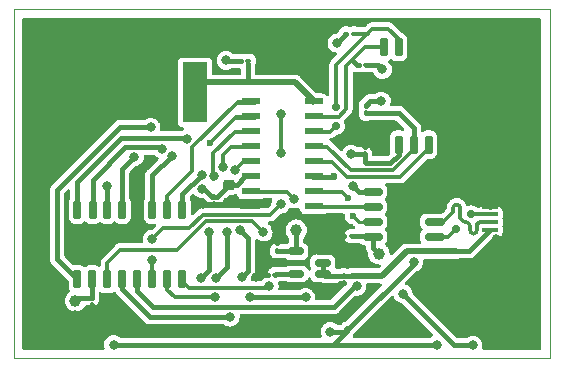
<source format=gbr>
%TF.GenerationSoftware,KiCad,Pcbnew,(6.0.1)*%
%TF.CreationDate,2022-09-04T12:14:09+08:00*%
%TF.ProjectId,Digital Clock,44696769-7461-46c2-9043-6c6f636b2e6b,_____*%
%TF.SameCoordinates,Original*%
%TF.FileFunction,Copper,L1,Top*%
%TF.FilePolarity,Positive*%
%FSLAX46Y46*%
G04 Gerber Fmt 4.6, Leading zero omitted, Abs format (unit mm)*
G04 Created by KiCad (PCBNEW (6.0.1)) date 2022-09-04 12:14:09*
%MOMM*%
%LPD*%
G01*
G04 APERTURE LIST*
G04 Aperture macros list*
%AMRoundRect*
0 Rectangle with rounded corners*
0 $1 Rounding radius*
0 $2 $3 $4 $5 $6 $7 $8 $9 X,Y pos of 4 corners*
0 Add a 4 corners polygon primitive as box body*
4,1,4,$2,$3,$4,$5,$6,$7,$8,$9,$2,$3,0*
0 Add four circle primitives for the rounded corners*
1,1,$1+$1,$2,$3*
1,1,$1+$1,$4,$5*
1,1,$1+$1,$6,$7*
1,1,$1+$1,$8,$9*
0 Add four rect primitives between the rounded corners*
20,1,$1+$1,$2,$3,$4,$5,0*
20,1,$1+$1,$4,$5,$6,$7,0*
20,1,$1+$1,$6,$7,$8,$9,0*
20,1,$1+$1,$8,$9,$2,$3,0*%
G04 Aperture macros list end*
%TA.AperFunction,Profile*%
%ADD10C,0.100000*%
%TD*%
%TA.AperFunction,SMDPad,CuDef*%
%ADD11RoundRect,0.100000X-0.130000X-0.100000X0.130000X-0.100000X0.130000X0.100000X-0.130000X0.100000X0*%
%TD*%
%TA.AperFunction,SMDPad,CuDef*%
%ADD12R,2.100000X5.080000*%
%TD*%
%TA.AperFunction,SMDPad,CuDef*%
%ADD13RoundRect,0.100000X-0.100000X0.130000X-0.100000X-0.130000X0.100000X-0.130000X0.100000X0.130000X0*%
%TD*%
%TA.AperFunction,SMDPad,CuDef*%
%ADD14RoundRect,0.100000X0.100000X-0.130000X0.100000X0.130000X-0.100000X0.130000X-0.100000X-0.130000X0*%
%TD*%
%TA.AperFunction,SMDPad,CuDef*%
%ADD15RoundRect,0.100000X0.130000X0.100000X-0.130000X0.100000X-0.130000X-0.100000X0.130000X-0.100000X0*%
%TD*%
%TA.AperFunction,SMDPad,CuDef*%
%ADD16RoundRect,0.150000X0.512500X0.150000X-0.512500X0.150000X-0.512500X-0.150000X0.512500X-0.150000X0*%
%TD*%
%TA.AperFunction,SMDPad,CuDef*%
%ADD17RoundRect,0.225000X0.250000X-0.225000X0.250000X0.225000X-0.250000X0.225000X-0.250000X-0.225000X0*%
%TD*%
%TA.AperFunction,SMDPad,CuDef*%
%ADD18RoundRect,0.150000X-0.150000X0.650000X-0.150000X-0.650000X0.150000X-0.650000X0.150000X0.650000X0*%
%TD*%
%TA.AperFunction,SMDPad,CuDef*%
%ADD19R,1.390000X0.430000*%
%TD*%
%TA.AperFunction,ComponentPad*%
%ADD20C,0.650000*%
%TD*%
%TA.AperFunction,ComponentPad*%
%ADD21O,2.090000X0.930000*%
%TD*%
%TA.AperFunction,SMDPad,CuDef*%
%ADD22R,1.800000X1.800000*%
%TD*%
%TA.AperFunction,SMDPad,CuDef*%
%ADD23RoundRect,0.137500X-0.662500X-0.137500X0.662500X-0.137500X0.662500X0.137500X-0.662500X0.137500X0*%
%TD*%
%TA.AperFunction,SMDPad,CuDef*%
%ADD24RoundRect,0.150000X0.675000X0.150000X-0.675000X0.150000X-0.675000X-0.150000X0.675000X-0.150000X0*%
%TD*%
%TA.AperFunction,SMDPad,CuDef*%
%ADD25RoundRect,0.150000X0.150000X-0.650000X0.150000X0.650000X-0.150000X0.650000X-0.150000X-0.650000X0*%
%TD*%
%TA.AperFunction,ComponentPad*%
%ADD26C,1.000000*%
%TD*%
%TA.AperFunction,ViaPad*%
%ADD27C,0.800000*%
%TD*%
%TA.AperFunction,ViaPad*%
%ADD28C,1.200000*%
%TD*%
%TA.AperFunction,ViaPad*%
%ADD29C,2.000000*%
%TD*%
%TA.AperFunction,ViaPad*%
%ADD30C,1.000000*%
%TD*%
%TA.AperFunction,ViaPad*%
%ADD31C,0.700000*%
%TD*%
%TA.AperFunction,ViaPad*%
%ADD32C,0.600000*%
%TD*%
%TA.AperFunction,Conductor*%
%ADD33C,0.400000*%
%TD*%
%TA.AperFunction,Conductor*%
%ADD34C,0.500000*%
%TD*%
%TA.AperFunction,Conductor*%
%ADD35C,0.300000*%
%TD*%
%TA.AperFunction,Conductor*%
%ADD36C,0.250000*%
%TD*%
G04 APERTURE END LIST*
D10*
X43410000Y-19400000D02*
X88800000Y-19400000D01*
X88800000Y-19400000D02*
X88800000Y-48900000D01*
X88800000Y-48900000D02*
X43410000Y-48900000D01*
X43410000Y-48900000D02*
X43410000Y-19400000D01*
D11*
%TO.P,R3,1*%
%TO.N,VCC*%
X71550000Y-21460000D03*
%TO.P,R3,2*%
%TO.N,/P3.7*%
X72190000Y-21460000D03*
%TD*%
D12*
%TO.P,BZ1,1,-*%
%TO.N,GND*%
X46750000Y-26430000D03*
%TO.P,BZ1,2,+*%
%TO.N,/P1.1*%
X58750000Y-26430000D03*
%TD*%
D13*
%TO.P,C5,1*%
%TO.N,VCC*%
X50010000Y-43840000D03*
%TO.P,C5,2*%
%TO.N,GND*%
X50010000Y-44480000D03*
%TD*%
D14*
%TO.P,C4,1*%
%TO.N,VCC*%
X73100000Y-31680000D03*
%TO.P,C4,2*%
%TO.N,GND*%
X73100000Y-31040000D03*
%TD*%
D15*
%TO.P,CBP1,1*%
%TO.N,Net-(CBP1-Pad1)*%
X65530000Y-41860000D03*
%TO.P,CBP1,2*%
%TO.N,GND*%
X64890000Y-41860000D03*
%TD*%
D16*
%TO.P,U2,1,IN*%
%TO.N,Net-(CIN1-Pad2)*%
X69547500Y-41810000D03*
%TO.P,U2,2,EN*%
X69547500Y-40860000D03*
%TO.P,U2,3,GND*%
%TO.N,GND*%
X69547500Y-39910000D03*
%TO.P,U2,4,OUT*%
%TO.N,VCC*%
X67272500Y-39910000D03*
%TO.P,U2,5,BP*%
%TO.N,Net-(CBP1-Pad1)*%
X67272500Y-41810000D03*
%TD*%
D17*
%TO.P,C2,1*%
%TO.N,GND*%
X61620000Y-35800000D03*
%TO.P,C2,2*%
%TO.N,VCC*%
X61620000Y-34250000D03*
%TD*%
D18*
%TO.P,U5,1,DIG1*%
%TO.N,/DIG1*%
X57660000Y-36360000D03*
%TO.P,U5,2,SCL*%
%TO.N,/P1.2*%
X56385000Y-36360000D03*
%TO.P,U5,3,SDA*%
%TO.N,/P1.3*%
X55115000Y-36360000D03*
%TO.P,U5,4,GND*%
%TO.N,GND*%
X53845000Y-36360000D03*
%TO.P,U5,5,DIG2*%
%TO.N,/DIG2*%
X52575000Y-36360000D03*
%TO.P,U5,6,DIG3*%
%TO.N,/DIG3*%
X51305000Y-36360000D03*
%TO.P,U5,7,DIG4*%
%TO.N,/DIG4*%
X50060000Y-36360000D03*
%TO.P,U5,8,A/KI1*%
%TO.N,/A*%
X48765000Y-36360000D03*
%TO.P,U5,9,B/KI2*%
%TO.N,/B*%
X48760000Y-42260000D03*
%TO.P,U5,10,VDD*%
%TO.N,VCC*%
X50030000Y-42260000D03*
%TO.P,U5,11,C/KI3*%
%TO.N,/C*%
X51300000Y-42260000D03*
%TO.P,U5,12,D/KI4*%
%TO.N,/D*%
X52570000Y-42260000D03*
%TO.P,U5,13,E/KI5*%
%TO.N,/E*%
X53840000Y-42260000D03*
%TO.P,U5,14,F/KI6*%
%TO.N,/F*%
X55110000Y-42260000D03*
%TO.P,U5,15,G/KI7*%
%TO.N,/G*%
X56380000Y-42260000D03*
%TO.P,U5,16,DP/KP*%
%TO.N,/DP*%
X57650000Y-42260000D03*
%TD*%
D13*
%TO.P,COUT1,1*%
%TO.N,GND*%
X65700000Y-39225000D03*
%TO.P,COUT1,2*%
%TO.N,VCC*%
X65700000Y-39865000D03*
%TD*%
D11*
%TO.P,R4,1*%
%TO.N,/P1.0*%
X72590000Y-24100000D03*
%TO.P,R4,2*%
%TO.N,VCC*%
X73230000Y-24100000D03*
%TD*%
D19*
%TO.P,J1,1,VBUS*%
%TO.N,Net-(CIN1-Pad2)*%
X83677500Y-38060000D03*
%TO.P,J1,2,D-*%
%TO.N,/UD-*%
X83677500Y-37410000D03*
%TO.P,J1,3,D+*%
%TO.N,/UD+*%
X83677500Y-36760000D03*
%TO.P,J1,4,ID*%
%TO.N,GND*%
X83677500Y-36110000D03*
%TO.P,J1,5,GND*%
X83677500Y-35460000D03*
D20*
%TO.P,J1,6,Shield*%
X84237500Y-34760000D03*
X84237500Y-38760000D03*
D21*
%TO.P,J1,7*%
X86337500Y-39590000D03*
X86337500Y-33910000D03*
D22*
%TO.P,J1,8*%
X86337500Y-36790000D03*
%TD*%
D23*
%TO.P,U4,1,CMPO/T0/P1.2*%
%TO.N,/P1.2*%
X63510000Y-27205000D03*
%TO.P,U4,2,P1.3*%
%TO.N,/P1.3*%
X63510000Y-28475000D03*
%TO.P,U4,3,T0CLKO/P1.4*%
%TO.N,/P1.4*%
X63510000Y-29745000D03*
%TO.P,U4,4,P1.5*%
%TO.N,/P1.5*%
X63510000Y-31015000D03*
%TO.P,U4,5,CMP-/MCLKO/RST/P5.4*%
%TO.N,/P5.4*%
X63510000Y-32285000D03*
%TO.P,U4,6,VCC*%
%TO.N,VCC*%
X63510000Y-33555000D03*
%TO.P,U4,7,CMP+/P5.5*%
%TO.N,/P5.5*%
X63510000Y-34825000D03*
%TO.P,U4,8,GND*%
%TO.N,GND*%
X63510000Y-36095000D03*
%TO.P,U4,9,P3.0/RxD/~{INT4}/T2CLKO*%
%TO.N,/RX*%
X68810000Y-36095000D03*
%TO.P,U4,10,P3.1/TXD/T2*%
%TO.N,/TX*%
X68810000Y-34825000D03*
%TO.P,U4,11,P3.2/INT0*%
%TO.N,/P3.2*%
X68810000Y-33555000D03*
%TO.P,U4,12,P3.3/INT1*%
%TO.N,/P3.3*%
X68810000Y-32285000D03*
%TO.P,U4,13,P3.6/~{INT2}/RXD_2*%
%TO.N,/~{INT2}*%
X68810000Y-31015000D03*
%TO.P,U4,14,P3.7/~{INT3}/TXD_2*%
%TO.N,/P3.7*%
X68810000Y-29745000D03*
%TO.P,U4,15,P1.0/RSTOUT_LOW*%
%TO.N,/P1.0*%
X68810000Y-28475000D03*
%TO.P,U4,16,P1.1*%
%TO.N,/P1.1*%
X68810000Y-27205000D03*
%TD*%
D11*
%TO.P,R5,1*%
%TO.N,VCC*%
X62610000Y-23760000D03*
%TO.P,R5,2*%
%TO.N,/P1.1*%
X63250000Y-23760000D03*
%TD*%
D15*
%TO.P,C1,1*%
%TO.N,VCC*%
X72020000Y-38600000D03*
%TO.P,C1,2*%
%TO.N,GND*%
X71380000Y-38600000D03*
%TD*%
D14*
%TO.P,CIN1,1*%
%TO.N,GND*%
X71310000Y-42600000D03*
%TO.P,CIN1,2*%
%TO.N,Net-(CIN1-Pad2)*%
X71310000Y-41960000D03*
%TD*%
D24*
%TO.P,U1,1,UD+*%
%TO.N,/UD+*%
X79035000Y-38665000D03*
%TO.P,U1,2,UD-*%
%TO.N,/UD-*%
X79035000Y-37395000D03*
%TO.P,U1,3,GND*%
%TO.N,GND*%
X79035000Y-36125000D03*
%TO.P,U1,4,RTS#*%
X79035000Y-34855000D03*
%TO.P,U1,5,VCC*%
%TO.N,VCC*%
X73785000Y-34855000D03*
%TO.P,U1,6,TXD*%
%TO.N,/RX*%
X73785000Y-36125000D03*
%TO.P,U1,7,RXD*%
%TO.N,/TX*%
X73785000Y-37395000D03*
%TO.P,U1,8,V3*%
%TO.N,VCC*%
X73785000Y-38665000D03*
%TD*%
D25*
%TO.P,U3,1,32kHz*%
%TO.N,GND*%
X74700000Y-30860000D03*
%TO.P,U3,2,VCC*%
%TO.N,VCC*%
X75970000Y-30860000D03*
%TO.P,U3,3,~{INT}/SQW*%
%TO.N,/~{INT2}*%
X77240000Y-30860000D03*
%TO.P,U3,4,~{RST}*%
%TO.N,/P3.3*%
X78510000Y-30860000D03*
%TO.P,U3,5,N.C.*%
%TO.N,GND*%
X79780000Y-30860000D03*
%TO.P,U3,6,N.C.*%
X81050000Y-30860000D03*
%TO.P,U3,7,N.C.*%
X82320000Y-30860000D03*
%TO.P,U3,8,N.C.*%
X83590000Y-30860000D03*
%TO.P,U3,9,N.C.*%
X83595000Y-22610000D03*
%TO.P,U3,10,N.C.*%
X82325000Y-22610000D03*
%TO.P,U3,11,N.C.*%
X81055000Y-22610000D03*
%TO.P,U3,12,N.C.*%
X79785000Y-22610000D03*
%TO.P,U3,13,GND*%
X78515000Y-22610000D03*
%TO.P,U3,14,VBAT*%
X77245000Y-22610000D03*
%TO.P,U3,15,SDA*%
%TO.N,/P3.7*%
X75975000Y-22610000D03*
%TO.P,U3,16,SCL*%
%TO.N,/P1.0*%
X74705000Y-22610000D03*
%TD*%
D14*
%TO.P,C3,1*%
%TO.N,GND*%
X60370000Y-35895000D03*
%TO.P,C3,2*%
%TO.N,VCC*%
X60370000Y-35255000D03*
%TD*%
D13*
%TO.P,R2,1*%
%TO.N,VCC*%
X73210000Y-27560000D03*
%TO.P,R2,2*%
%TO.N,/~{INT2}*%
X73210000Y-28200000D03*
%TD*%
D26*
%TO.P,SW2,4*%
%TO.N,GND*%
X50910000Y-46680000D03*
X52610000Y-46680000D03*
%TD*%
%TO.P,SW5,4*%
%TO.N,GND*%
X74810000Y-46700000D03*
X76510000Y-46700000D03*
%TD*%
%TO.P,SW1,4*%
%TO.N,GND*%
X83170000Y-46700000D03*
X81470000Y-46700000D03*
%TD*%
%TO.P,SW3,4*%
%TO.N,GND*%
X67620000Y-46700000D03*
X65920000Y-46700000D03*
%TD*%
D27*
%TO.N,GND*%
X72110000Y-30460000D03*
X63300000Y-46750000D03*
X85400000Y-22650000D03*
D28*
X68900000Y-37900000D03*
D27*
X70200000Y-38100000D03*
X70400000Y-43200000D03*
D29*
X86900000Y-21199999D03*
D27*
X45550000Y-30410000D03*
X48450000Y-47000000D03*
D28*
X79000000Y-33100000D03*
D30*
X81900000Y-35400000D03*
D27*
X79100000Y-44550000D03*
X85700000Y-44900000D03*
X63900000Y-42100000D03*
X48600000Y-45300000D03*
D28*
X86350000Y-32000000D03*
X86337907Y-41700667D03*
D29*
X45100000Y-46700000D03*
D30*
X65700000Y-38000000D03*
D27*
X59450000Y-35890000D03*
X73130000Y-29320000D03*
D29*
X86900000Y-46700000D03*
X45100000Y-21200000D03*
D27*
X53810000Y-34000000D03*
X85400000Y-30850000D03*
X77250000Y-20850000D03*
D30*
%TO.N,VCC*%
X48610000Y-44100000D03*
D27*
X72110000Y-34360000D03*
X74500000Y-27200000D03*
X59330000Y-34600000D03*
X71970000Y-31690000D03*
X70760000Y-22260000D03*
D30*
X67300000Y-38100000D03*
D27*
X74600000Y-24500000D03*
D30*
X74300000Y-40100000D03*
D27*
X61370000Y-23740000D03*
%TO.N,/DIG1*%
X59290000Y-33420000D03*
%TO.N,/DIG4*%
X55900000Y-31200000D03*
%TO.N,/DIG2*%
X53600000Y-31900000D03*
%TO.N,/DIG3*%
X51290000Y-34370000D03*
%TO.N,/A*%
X58050000Y-30350000D03*
%TO.N,/B*%
X55000000Y-29400000D03*
%TO.N,/C*%
X64510000Y-38260000D03*
%TO.N,/D*%
X61710000Y-45460000D03*
%TO.N,/E*%
X72410000Y-42860000D03*
%TO.N,/F*%
X66000000Y-28300000D03*
X66000000Y-31600000D03*
X55110000Y-38860000D03*
X55110000Y-40660000D03*
X66000000Y-35900000D03*
%TO.N,/G*%
X60410000Y-43760000D03*
%TO.N,/DP*%
X65010000Y-42860000D03*
D31*
%TO.N,/UD+*%
X82110000Y-36760000D03*
X80840000Y-38010000D03*
%TO.N,/P3.7*%
X70660000Y-29280000D03*
X70660000Y-27680000D03*
D27*
%TO.N,/P3.2*%
X77250000Y-40800000D03*
X51850000Y-47800000D03*
D32*
X70510000Y-33560000D03*
D27*
X79200000Y-47800000D03*
X70200000Y-46700000D03*
%TO.N,/P1.4*%
X59210000Y-42160000D03*
X60310000Y-33560000D03*
X59910000Y-38260000D03*
%TO.N,/P1.5*%
X61470000Y-38270000D03*
X60510000Y-42160000D03*
X61110000Y-32760000D03*
%TO.N,/P5.4*%
X62500000Y-38100000D03*
X62130000Y-33000000D03*
X68100000Y-43800000D03*
X63400000Y-43800000D03*
X62700000Y-42100000D03*
D32*
%TO.N,/TX*%
X71710000Y-35360000D03*
X72100000Y-36900000D03*
%TO.N,/P1.3*%
X59980000Y-30730000D03*
D27*
X56780000Y-31810000D03*
%TO.N,/P5.5*%
X67110000Y-35460000D03*
X82250000Y-47850000D03*
X76350000Y-43500000D03*
%TD*%
D33*
%TO.N,/A*%
X48765000Y-34015000D02*
X48765000Y-36360000D01*
X52480000Y-30300000D02*
X48765000Y-34015000D01*
X58000000Y-30300000D02*
X52480000Y-30300000D01*
X58050000Y-30350000D02*
X58000000Y-30300000D01*
D34*
%TO.N,/P1.1*%
X58422500Y-26347500D02*
X59170000Y-25600000D01*
D33*
X63220000Y-24000000D02*
X63220000Y-25575000D01*
D34*
X68710000Y-27110000D02*
X68710000Y-27215000D01*
X59170000Y-25600000D02*
X67200000Y-25600000D01*
X67200000Y-25600000D02*
X68710000Y-27110000D01*
D33*
%TO.N,GND*%
X73100000Y-29350000D02*
X73130000Y-29320000D01*
X69547500Y-39147500D02*
X69547500Y-39910000D01*
X83677500Y-35460000D02*
X83677500Y-36110000D01*
X61525000Y-35895000D02*
X61620000Y-35800000D01*
X79000000Y-33100000D02*
X79035000Y-33135000D01*
X77250000Y-20850000D02*
X77245000Y-20855000D01*
X85487500Y-34760000D02*
X86337500Y-33910000D01*
X86337500Y-32012500D02*
X86337500Y-33910000D01*
X73900000Y-30860000D02*
X73100000Y-30060000D01*
X70700000Y-38600000D02*
X71380000Y-38600000D01*
X48600000Y-45300000D02*
X49190000Y-45300000D01*
D34*
X53810000Y-34000000D02*
X53845000Y-34035000D01*
D33*
X81960000Y-35460000D02*
X83677500Y-35460000D01*
D34*
X53845000Y-34035000D02*
X53845000Y-36360000D01*
D33*
X78515000Y-22610000D02*
X79785000Y-22610000D01*
X86337500Y-41700260D02*
X86337907Y-41700667D01*
X79035000Y-36125000D02*
X79035000Y-34855000D01*
X61630000Y-35810000D02*
X62330000Y-35810000D01*
X82320000Y-30860000D02*
X83590000Y-30860000D01*
X79780000Y-30860000D02*
X81050000Y-30860000D01*
X85390000Y-30860000D02*
X85400000Y-30850000D01*
X65700000Y-38000000D02*
X65700000Y-39225000D01*
X86337500Y-39590000D02*
X86337500Y-36790000D01*
X68900000Y-38500000D02*
X69547500Y-39147500D01*
X86337500Y-33910000D02*
X86337500Y-36790000D01*
X74700000Y-30860000D02*
X73900000Y-30860000D01*
X79785000Y-22610000D02*
X81055000Y-22610000D01*
X62615000Y-36095000D02*
X63510000Y-36095000D01*
X86350000Y-32000000D02*
X86337500Y-32012500D01*
X85360000Y-22610000D02*
X85400000Y-22650000D01*
X59455000Y-35895000D02*
X60370000Y-35895000D01*
X86337500Y-39590000D02*
X86337500Y-41700260D01*
X79035000Y-33135000D02*
X79035000Y-34855000D01*
X83590000Y-30860000D02*
X85390000Y-30860000D01*
X72110000Y-30460000D02*
X72520000Y-30460000D01*
X82325000Y-22610000D02*
X83595000Y-22610000D01*
X49190000Y-45300000D02*
X50010000Y-44480000D01*
X60370000Y-35895000D02*
X61525000Y-35895000D01*
X73100000Y-30060000D02*
X73100000Y-29350000D01*
X72520000Y-30460000D02*
X73100000Y-31040000D01*
X81050000Y-30860000D02*
X82320000Y-30860000D01*
X46422500Y-29527500D02*
X46422500Y-26347500D01*
X68900000Y-37900000D02*
X68900000Y-38500000D01*
X70200000Y-38100000D02*
X70700000Y-38600000D01*
X84237500Y-38760000D02*
X85507500Y-38760000D01*
X45550000Y-30400000D02*
X46422500Y-29527500D01*
X71000000Y-42600000D02*
X70400000Y-43200000D01*
X63900000Y-42100000D02*
X64140000Y-41860000D01*
X84237500Y-34760000D02*
X85487500Y-34760000D01*
X59450000Y-35890000D02*
X59455000Y-35895000D01*
X45550000Y-30410000D02*
X45550000Y-30400000D01*
X62330000Y-35810000D02*
X62615000Y-36095000D01*
X64140000Y-41860000D02*
X64890000Y-41860000D01*
X61620000Y-35800000D02*
X61630000Y-35810000D01*
X85507500Y-38760000D02*
X86337500Y-39590000D01*
X83595000Y-22610000D02*
X85360000Y-22610000D01*
X77245000Y-20855000D02*
X77245000Y-22610000D01*
X81055000Y-22610000D02*
X82325000Y-22610000D01*
X71310000Y-42600000D02*
X71000000Y-42600000D01*
%TO.N,VCC*%
X73720000Y-38600000D02*
X73785000Y-38665000D01*
X65700000Y-39865000D02*
X67227500Y-39865000D01*
X61390000Y-23760000D02*
X62610000Y-23760000D01*
X62310000Y-34250000D02*
X61620000Y-34250000D01*
X59520000Y-34600000D02*
X60175000Y-35255000D01*
X50010000Y-43840000D02*
X50010000Y-42280000D01*
X70760000Y-22260000D02*
X70760000Y-22250000D01*
X74300000Y-40100000D02*
X73785000Y-39585000D01*
X67227500Y-39865000D02*
X67272500Y-39910000D01*
X70760000Y-22250000D02*
X71510000Y-21500000D01*
X75270000Y-32430000D02*
X73220000Y-32430000D01*
X73210000Y-27560000D02*
X73570000Y-27200000D01*
X75970000Y-31730000D02*
X75270000Y-32430000D01*
X73100000Y-31680000D02*
X71980000Y-31680000D01*
X73785000Y-39585000D02*
X73785000Y-38665000D01*
X73570000Y-27200000D02*
X74500000Y-27200000D01*
X60370000Y-35255000D02*
X60615000Y-35255000D01*
X74200000Y-24100000D02*
X74600000Y-24500000D01*
X60175000Y-35255000D02*
X60370000Y-35255000D01*
X73220000Y-32430000D02*
X73100000Y-32310000D01*
X48610000Y-44100000D02*
X48870000Y-43840000D01*
X50010000Y-42280000D02*
X50030000Y-42260000D01*
X61370000Y-23740000D02*
X61390000Y-23760000D01*
X48870000Y-43840000D02*
X50010000Y-43840000D01*
X59330000Y-34600000D02*
X59520000Y-34600000D01*
X73230000Y-24100000D02*
X74200000Y-24100000D01*
X75970000Y-31730000D02*
X75970000Y-30860000D01*
X72605000Y-34855000D02*
X73785000Y-34855000D01*
X73100000Y-32310000D02*
X73100000Y-31680000D01*
X63005000Y-33555000D02*
X62310000Y-34250000D01*
X60615000Y-35255000D02*
X61620000Y-34250000D01*
X67300000Y-38100000D02*
X67300000Y-39882500D01*
X72020000Y-38600000D02*
X73720000Y-38600000D01*
X72110000Y-34360000D02*
X72605000Y-34855000D01*
X67202500Y-39840000D02*
X67272500Y-39910000D01*
X67300000Y-39882500D02*
X67272500Y-39910000D01*
X63510000Y-33555000D02*
X63005000Y-33555000D01*
X71980000Y-31680000D02*
X71970000Y-31690000D01*
%TO.N,Net-(CBP1-Pad1)*%
X67272500Y-41810000D02*
X65580000Y-41810000D01*
X65580000Y-41810000D02*
X65530000Y-41860000D01*
D34*
%TO.N,Net-(CIN1-Pad2)*%
X74590000Y-41960000D02*
X76650000Y-39900000D01*
D33*
X69697500Y-41960000D02*
X69547500Y-41810000D01*
X69547500Y-41810000D02*
X69547500Y-40860000D01*
D34*
X76650000Y-39900000D02*
X80850000Y-39900000D01*
D33*
X72010000Y-41960000D02*
X71310000Y-41960000D01*
X83677500Y-38060000D02*
X83677500Y-38122500D01*
X71310000Y-41960000D02*
X69697500Y-41960000D01*
X81900000Y-39900000D02*
X80850000Y-39900000D01*
X83677500Y-38122500D02*
X81900000Y-39900000D01*
D34*
X72010000Y-41960000D02*
X74590000Y-41960000D01*
D33*
%TO.N,/DIG1*%
X57660000Y-35050000D02*
X57660000Y-36360000D01*
X59290000Y-33420000D02*
X57660000Y-35050000D01*
%TO.N,/DIG4*%
X55900000Y-31200000D02*
X55800000Y-31100000D01*
X52790000Y-31100000D02*
X50060000Y-33830000D01*
X50060000Y-33830000D02*
X50060000Y-36360000D01*
X55800000Y-31100000D02*
X52790000Y-31100000D01*
%TO.N,/DIG2*%
X53600000Y-31900000D02*
X52575000Y-32925000D01*
X52575000Y-32925000D02*
X52575000Y-36360000D01*
%TO.N,/DIG3*%
X51310000Y-34390000D02*
X51290000Y-34370000D01*
X51310000Y-36355000D02*
X51310000Y-34390000D01*
X51305000Y-36360000D02*
X51310000Y-36355000D01*
%TO.N,/B*%
X55000000Y-29400000D02*
X52360000Y-29400000D01*
X52360000Y-29400000D02*
X47080000Y-34680000D01*
X47080000Y-40580000D02*
X48760000Y-42260000D01*
X47080000Y-34680000D02*
X47080000Y-40580000D01*
D35*
%TO.N,/C*%
X64510000Y-38260000D02*
X63560000Y-37310000D01*
X52410000Y-39760000D02*
X51300000Y-40870000D01*
X63560000Y-37310000D02*
X59660000Y-37310000D01*
X57210000Y-39760000D02*
X52410000Y-39760000D01*
X59660000Y-37310000D02*
X57210000Y-39760000D01*
X51300000Y-40870000D02*
X51300000Y-42260000D01*
D33*
%TO.N,/D*%
X52570000Y-43120000D02*
X52570000Y-42260000D01*
X61710000Y-45460000D02*
X54910000Y-45460000D01*
X54910000Y-45460000D02*
X52570000Y-43120000D01*
%TO.N,/E*%
X70500000Y-44600000D02*
X55150000Y-44600000D01*
X72240000Y-42860000D02*
X70500000Y-44600000D01*
X72410000Y-42860000D02*
X72240000Y-42860000D01*
X55150000Y-44600000D02*
X53840000Y-43290000D01*
X53840000Y-43290000D02*
X53840000Y-42260000D01*
D35*
%TO.N,/F*%
X66000000Y-28300000D02*
X66000000Y-31600000D01*
X55110000Y-42260000D02*
X55110000Y-40660000D01*
X66000000Y-35900000D02*
X65100000Y-36800000D01*
X59370000Y-36800000D02*
X58210000Y-37960000D01*
X65100000Y-36800000D02*
X59370000Y-36800000D01*
X58210000Y-37960000D02*
X56010000Y-37960000D01*
X56010000Y-37960000D02*
X55110000Y-38860000D01*
%TO.N,/G*%
X60410000Y-43760000D02*
X57010000Y-43760000D01*
X56380000Y-43130000D02*
X56380000Y-42260000D01*
X57010000Y-43760000D02*
X56380000Y-43130000D01*
%TO.N,/DP*%
X64910000Y-42960000D02*
X58210000Y-42960000D01*
X57650000Y-42400000D02*
X57650000Y-42260000D01*
X65010000Y-42860000D02*
X64910000Y-42960000D01*
X58210000Y-42960000D02*
X57650000Y-42400000D01*
%TO.N,/UD-*%
X80350000Y-36790000D02*
X80340000Y-36790000D01*
X82820000Y-37410000D02*
X82610000Y-37620000D01*
X81710000Y-37450000D02*
X81660000Y-37450000D01*
X81190000Y-37110140D02*
X81190000Y-36250000D01*
X79735000Y-37395000D02*
X79035000Y-37395000D01*
X82610000Y-37620000D02*
X82610000Y-38100000D01*
X80340000Y-36790000D02*
X79735000Y-37395000D01*
X80592882Y-36190900D02*
X80592882Y-36547118D01*
X80592882Y-36547118D02*
X80350000Y-36790000D01*
X82010000Y-38100000D02*
X82010000Y-37750000D01*
X81423468Y-37343608D02*
X81190000Y-37110140D01*
X83677500Y-37410000D02*
X82820000Y-37410000D01*
X83260000Y-37450000D02*
G75*
G02*
X83210000Y-37400000I1J50001D01*
G01*
X81423468Y-37343608D02*
G75*
G03*
X81660000Y-37450000I234008J204123D01*
G01*
X81710000Y-37450000D02*
G75*
G02*
X82010000Y-37750000I0J-300000D01*
G01*
X80890000Y-35950000D02*
G75*
G02*
X81190000Y-36250000I0J-300000D01*
G01*
X82310000Y-38400000D02*
G75*
G03*
X82610000Y-38100000I0J300000D01*
G01*
X82010000Y-38100000D02*
G75*
G03*
X82310000Y-38400000I300000J0D01*
G01*
X80592882Y-36190900D02*
G75*
G02*
X80890000Y-35950000I299474J-65683D01*
G01*
X83210000Y-37400000D02*
G75*
G03*
X83160000Y-37350000I-50001J-1D01*
G01*
%TO.N,/UD+*%
X79035000Y-38665000D02*
X80185000Y-38665000D01*
X80185000Y-38665000D02*
X80840000Y-38010000D01*
X82110000Y-36760000D02*
X83677500Y-36760000D01*
%TO.N,/~{INT2}*%
X77240000Y-30860000D02*
X77240000Y-31270000D01*
X71920000Y-33040000D02*
X69905000Y-31025000D01*
X69905000Y-31025000D02*
X68710000Y-31025000D01*
D33*
X77240000Y-29440000D02*
X77240000Y-30860000D01*
X76000000Y-28200000D02*
X77240000Y-29440000D01*
D35*
X77240000Y-31270000D02*
X75470000Y-33040000D01*
D33*
X73210000Y-28200000D02*
X76000000Y-28200000D01*
D35*
X75470000Y-33040000D02*
X71920000Y-33040000D01*
%TO.N,/P3.7*%
X70185000Y-29755000D02*
X68710000Y-29755000D01*
X75975000Y-21945000D02*
X75975000Y-22610000D01*
X73740000Y-21060000D02*
X75090000Y-21060000D01*
X73340000Y-21460000D02*
X73350000Y-21450000D01*
X70660000Y-27680000D02*
X70660000Y-24140000D01*
X70660000Y-24140000D02*
X73350000Y-21450000D01*
X73350000Y-21450000D02*
X73740000Y-21060000D01*
X70660000Y-29280000D02*
X70185000Y-29755000D01*
X75090000Y-21060000D02*
X75975000Y-21945000D01*
X72190000Y-21460000D02*
X73340000Y-21460000D01*
%TO.N,/P1.0*%
X72050000Y-23700000D02*
X71520000Y-24230000D01*
D33*
X72420000Y-24100000D02*
X72050000Y-23730000D01*
D35*
X73140000Y-22610000D02*
X72050000Y-23700000D01*
X72050000Y-23730000D02*
X72050000Y-23700000D01*
X71520000Y-27860000D02*
X70895000Y-28485000D01*
X70895000Y-28485000D02*
X68710000Y-28485000D01*
X74705000Y-22610000D02*
X73140000Y-22610000D01*
X71520000Y-24230000D02*
X71520000Y-27860000D01*
D33*
X72590000Y-24100000D02*
X72420000Y-24100000D01*
%TO.N,/P3.2*%
X77250000Y-40800000D02*
X77250000Y-40950000D01*
X70450000Y-47800000D02*
X79200000Y-47800000D01*
X51850000Y-47800000D02*
X70450000Y-47800000D01*
X71350000Y-46700000D02*
X71625000Y-46425000D01*
X70200000Y-46700000D02*
X71350000Y-46700000D01*
X71775000Y-46425000D02*
X71625000Y-46425000D01*
X77250000Y-40950000D02*
X71775000Y-46425000D01*
X70510000Y-33560000D02*
X70505000Y-33565000D01*
X70450000Y-47800000D02*
X71625000Y-46625000D01*
X70505000Y-33565000D02*
X68710000Y-33565000D01*
X71625000Y-46625000D02*
X71625000Y-46425000D01*
%TO.N,/P1.4*%
X60230000Y-33710000D02*
X60310000Y-33630000D01*
D35*
X63710000Y-29755000D02*
X62085000Y-29755000D01*
D33*
X60310000Y-33630000D02*
X60310000Y-33560000D01*
D35*
X60230000Y-31610000D02*
X60230000Y-33710000D01*
D33*
X59910000Y-41460000D02*
X59210000Y-42160000D01*
D35*
X62085000Y-29755000D02*
X60230000Y-31610000D01*
D33*
X59910000Y-38260000D02*
X59910000Y-41460000D01*
D35*
%TO.N,/P1.5*%
X61110000Y-32710000D02*
X61020000Y-32800000D01*
X63710000Y-31025000D02*
X61805000Y-31025000D01*
D33*
X61470000Y-38270000D02*
X61470000Y-41200000D01*
D35*
X61110000Y-31720000D02*
X61110000Y-32710000D01*
D33*
X61110000Y-32760000D02*
X61060000Y-32760000D01*
X61470000Y-41200000D02*
X60510000Y-42160000D01*
X61060000Y-32760000D02*
X61020000Y-32800000D01*
D35*
X61805000Y-31025000D02*
X61110000Y-31720000D01*
D33*
%TO.N,/P5.4*%
X63200000Y-41600000D02*
X62700000Y-42100000D01*
X68100000Y-43800000D02*
X63400000Y-43800000D01*
D35*
X63710000Y-32295000D02*
X62835000Y-32295000D01*
D33*
X63200000Y-38800000D02*
X63200000Y-41600000D01*
D35*
X62835000Y-32295000D02*
X62130000Y-33000000D01*
D33*
X62500000Y-38100000D02*
X63200000Y-38800000D01*
D35*
%TO.N,/RX*%
X73785000Y-36125000D02*
X69630000Y-36125000D01*
X69630000Y-36125000D02*
X69610000Y-36105000D01*
D36*
%TO.N,/TX*%
X72595000Y-37395000D02*
X72100000Y-36900000D01*
D35*
X71185000Y-34835000D02*
X69610000Y-34835000D01*
D36*
X73785000Y-37395000D02*
X72595000Y-37395000D01*
D35*
X71710000Y-35360000D02*
X71185000Y-34835000D01*
%TO.N,/P3.3*%
X68710000Y-32295000D02*
X70335000Y-32295000D01*
X78510000Y-31190000D02*
X78510000Y-30860000D01*
X70335000Y-32295000D02*
X71620000Y-33580000D01*
X76120000Y-33580000D02*
X78510000Y-31190000D01*
X71620000Y-33580000D02*
X76120000Y-33580000D01*
%TO.N,/P1.2*%
X58500000Y-33120000D02*
X56385000Y-35235000D01*
D33*
X63710000Y-27215000D02*
X62365000Y-27215000D01*
D35*
X62365000Y-27215000D02*
X58500000Y-31080000D01*
X56385000Y-35235000D02*
X56385000Y-35605000D01*
D33*
X56385000Y-35605000D02*
X56385000Y-36360000D01*
D35*
X58500000Y-31080000D02*
X58500000Y-33120000D01*
%TO.N,/P1.3*%
X59980000Y-30730000D02*
X62225000Y-28485000D01*
D33*
X55115000Y-33475000D02*
X55115000Y-36360000D01*
X62225000Y-28485000D02*
X63710000Y-28485000D01*
X56780000Y-31810000D02*
X55115000Y-33475000D01*
%TO.N,/P5.5*%
X82250000Y-47850000D02*
X80700000Y-47850000D01*
D35*
X66485000Y-34835000D02*
X63710000Y-34835000D01*
X67110000Y-35460000D02*
X66485000Y-34835000D01*
D33*
X80700000Y-47850000D02*
X76350000Y-43500000D01*
%TD*%
%TA.AperFunction,Conductor*%
%TO.N,GND*%
G36*
X87977121Y-20155002D02*
G01*
X88023614Y-20208658D01*
X88035000Y-20261000D01*
X88035000Y-48099000D01*
X88014998Y-48167121D01*
X87961342Y-48213614D01*
X87909000Y-48225000D01*
X83146556Y-48225000D01*
X83078435Y-48204998D01*
X83031942Y-48151342D01*
X83021838Y-48081068D01*
X83026296Y-48063819D01*
X83026004Y-48063744D01*
X83027757Y-48056918D01*
X83030257Y-48050336D01*
X83037284Y-48000336D01*
X83054700Y-47876416D01*
X83054700Y-47876411D01*
X83055251Y-47872493D01*
X83055565Y-47850000D01*
X83035546Y-47671528D01*
X82976485Y-47501927D01*
X82881316Y-47349625D01*
X82817771Y-47285635D01*
X82759733Y-47227190D01*
X82759729Y-47227187D01*
X82754770Y-47222193D01*
X82743761Y-47215206D01*
X82696860Y-47185442D01*
X82603136Y-47125963D01*
X82573352Y-47115357D01*
X82440586Y-47068081D01*
X82440581Y-47068080D01*
X82433951Y-47065719D01*
X82426965Y-47064886D01*
X82426961Y-47064885D01*
X82299177Y-47049648D01*
X82255624Y-47044455D01*
X82248621Y-47045191D01*
X82248620Y-47045191D01*
X82084025Y-47062490D01*
X82084021Y-47062491D01*
X82077017Y-47063227D01*
X82070346Y-47065498D01*
X81913677Y-47118832D01*
X81913674Y-47118833D01*
X81907007Y-47121103D01*
X81901009Y-47124793D01*
X81901007Y-47124794D01*
X81841318Y-47161515D01*
X81754045Y-47215206D01*
X81749010Y-47220136D01*
X81745615Y-47222789D01*
X81679621Y-47248967D01*
X81668041Y-47249500D01*
X81000925Y-47249500D01*
X80932804Y-47229498D01*
X80911830Y-47212595D01*
X77181249Y-43482014D01*
X77147223Y-43419702D01*
X77145129Y-43406964D01*
X77144043Y-43397275D01*
X77135546Y-43321528D01*
X77130874Y-43308110D01*
X77093475Y-43200717D01*
X77076485Y-43151927D01*
X77025981Y-43071103D01*
X76985049Y-43005599D01*
X76981316Y-42999625D01*
X76917771Y-42935635D01*
X76859733Y-42877190D01*
X76859729Y-42877187D01*
X76854770Y-42872193D01*
X76703136Y-42775963D01*
X76573909Y-42729947D01*
X76516446Y-42688254D01*
X76490645Y-42622112D01*
X76504700Y-42552520D01*
X76527081Y-42522154D01*
X77461903Y-41587332D01*
X77512061Y-41556594D01*
X77576086Y-41535791D01*
X77576088Y-41535790D01*
X77582782Y-41533615D01*
X77663506Y-41485494D01*
X77730992Y-41445265D01*
X77730994Y-41445264D01*
X77737044Y-41441657D01*
X77867099Y-41317807D01*
X77875204Y-41305609D01*
X77921926Y-41235285D01*
X77966483Y-41168222D01*
X77988616Y-41109956D01*
X78027757Y-41006919D01*
X78027758Y-41006914D01*
X78030257Y-41000336D01*
X78031967Y-40988170D01*
X78054700Y-40826416D01*
X78054700Y-40826411D01*
X78055251Y-40822493D01*
X78055565Y-40800000D01*
X78047553Y-40728573D01*
X78043288Y-40690545D01*
X78055572Y-40620619D01*
X78103711Y-40568435D01*
X78168503Y-40550500D01*
X80890925Y-40550500D01*
X80948690Y-40543203D01*
X81005193Y-40536065D01*
X81005196Y-40536064D01*
X81013058Y-40535071D01*
X81020424Y-40532154D01*
X81020426Y-40532154D01*
X81078027Y-40509348D01*
X81124411Y-40500500D01*
X81852381Y-40500500D01*
X81868827Y-40501578D01*
X81900000Y-40505682D01*
X81908188Y-40504604D01*
X81939361Y-40500500D01*
X82048574Y-40486122D01*
X82056762Y-40485044D01*
X82202841Y-40424536D01*
X82328282Y-40328282D01*
X82347430Y-40303328D01*
X82358297Y-40290938D01*
X83936831Y-38712404D01*
X83999143Y-38678378D01*
X84025926Y-38675499D01*
X84404018Y-38675499D01*
X84408912Y-38674724D01*
X84488006Y-38662198D01*
X84488008Y-38662197D01*
X84497804Y-38660646D01*
X84518989Y-38649852D01*
X84531969Y-38643238D01*
X84610842Y-38603050D01*
X84700550Y-38513342D01*
X84758146Y-38400304D01*
X84760725Y-38384025D01*
X84764030Y-38363151D01*
X84773000Y-38306519D01*
X84772999Y-37813482D01*
X84763691Y-37754708D01*
X84763691Y-37715295D01*
X84773000Y-37656519D01*
X84772999Y-37163482D01*
X84763691Y-37104708D01*
X84763691Y-37065295D01*
X84773000Y-37006519D01*
X84772999Y-36513482D01*
X84758146Y-36419696D01*
X84750254Y-36404206D01*
X84729020Y-36362534D01*
X84700550Y-36306658D01*
X84610842Y-36216950D01*
X84497804Y-36159354D01*
X84488015Y-36157804D01*
X84488013Y-36157803D01*
X84460651Y-36153470D01*
X84404019Y-36144500D01*
X83677647Y-36144500D01*
X82950982Y-36144501D01*
X82946089Y-36145276D01*
X82946088Y-36145276D01*
X82866994Y-36157802D01*
X82866992Y-36157803D01*
X82857196Y-36159354D01*
X82848359Y-36163857D01*
X82848358Y-36163857D01*
X82830740Y-36172834D01*
X82786996Y-36195123D01*
X82785732Y-36195767D01*
X82728529Y-36209500D01*
X82673520Y-36209500D01*
X82605399Y-36189498D01*
X82594080Y-36180344D01*
X82593698Y-36180820D01*
X82588204Y-36176403D01*
X82583242Y-36171406D01*
X82571344Y-36163855D01*
X82506547Y-36122734D01*
X82441079Y-36081187D01*
X82282462Y-36024706D01*
X82275474Y-36023873D01*
X82275471Y-36023872D01*
X82182300Y-36012762D01*
X82115273Y-36004769D01*
X82108270Y-36005505D01*
X82108269Y-36005505D01*
X82062712Y-36010293D01*
X81947821Y-36022369D01*
X81941155Y-36024638D01*
X81941152Y-36024639D01*
X81910587Y-36035045D01*
X81855358Y-36053846D01*
X81784428Y-36056864D01*
X81723124Y-36021054D01*
X81694180Y-35971145D01*
X81683524Y-35936017D01*
X81679561Y-35922953D01*
X81661080Y-35888376D01*
X81603504Y-35780660D01*
X81603503Y-35780659D01*
X81600586Y-35775201D01*
X81494304Y-35645696D01*
X81364799Y-35539414D01*
X81359340Y-35536496D01*
X81222505Y-35463356D01*
X81222502Y-35463355D01*
X81217047Y-35460439D01*
X81056727Y-35411806D01*
X80911195Y-35397473D01*
X80907113Y-35397003D01*
X80897641Y-35395756D01*
X80890000Y-35394750D01*
X80887869Y-35395031D01*
X80885733Y-35394766D01*
X80863638Y-35397848D01*
X80859372Y-35398367D01*
X80721184Y-35412779D01*
X80715385Y-35414550D01*
X80715384Y-35414550D01*
X80568750Y-35459326D01*
X80568747Y-35459327D01*
X80562948Y-35461098D01*
X80557594Y-35463946D01*
X80557591Y-35463947D01*
X80507004Y-35490854D01*
X80416876Y-35538792D01*
X80412162Y-35542614D01*
X80355059Y-35588913D01*
X80288362Y-35642990D01*
X80182150Y-35769845D01*
X80175053Y-35782696D01*
X80105096Y-35909364D01*
X80105094Y-35909369D01*
X80102164Y-35914674D01*
X80086736Y-35962484D01*
X80084015Y-35961606D01*
X80083595Y-35964408D01*
X80085246Y-35964888D01*
X80083429Y-35971145D01*
X80079315Y-35985306D01*
X80078237Y-35988825D01*
X80059485Y-36046936D01*
X80058082Y-36051035D01*
X80050524Y-36071946D01*
X80049823Y-36080178D01*
X80048053Y-36088245D01*
X80048016Y-36088237D01*
X80045535Y-36101573D01*
X80043167Y-36109725D01*
X80042382Y-36120415D01*
X80042382Y-36162136D01*
X80041927Y-36172833D01*
X80038217Y-36216371D01*
X80039669Y-36224499D01*
X80040418Y-36228691D01*
X80042382Y-36250850D01*
X80042382Y-36257250D01*
X80022380Y-36325371D01*
X80002184Y-36349511D01*
X80000578Y-36350897D01*
X79976042Y-36375433D01*
X79966241Y-36384258D01*
X79947412Y-36399506D01*
X79934930Y-36409614D01*
X79929956Y-36416613D01*
X79929955Y-36416614D01*
X79924034Y-36424946D01*
X79910424Y-36441051D01*
X79796853Y-36554623D01*
X79693881Y-36657595D01*
X79631569Y-36691620D01*
X79604785Y-36694500D01*
X78317228Y-36694500D01*
X78227453Y-36705364D01*
X78219925Y-36708344D01*
X78219923Y-36708345D01*
X78200670Y-36715968D01*
X78087217Y-36760887D01*
X77967078Y-36852078D01*
X77875887Y-36972217D01*
X77862306Y-37006519D01*
X77839037Y-37065291D01*
X77820364Y-37112453D01*
X77809500Y-37202228D01*
X77809500Y-37587772D01*
X77820364Y-37677547D01*
X77823344Y-37685075D01*
X77823345Y-37685077D01*
X77844299Y-37738001D01*
X77875887Y-37817783D01*
X77967078Y-37937922D01*
X77972204Y-37941813D01*
X78005734Y-38003217D01*
X78000669Y-38074032D01*
X77972375Y-38118058D01*
X77967078Y-38122078D01*
X77875887Y-38242217D01*
X77857659Y-38288256D01*
X77825794Y-38368739D01*
X77820364Y-38382453D01*
X77809500Y-38472228D01*
X77809500Y-38857772D01*
X77820364Y-38947547D01*
X77823344Y-38955075D01*
X77823345Y-38955077D01*
X77871664Y-39077117D01*
X77878143Y-39147817D01*
X77845370Y-39210797D01*
X77783751Y-39246061D01*
X77754512Y-39249500D01*
X76731000Y-39249500D01*
X76719360Y-39248951D01*
X76711704Y-39247240D01*
X76703781Y-39247489D01*
X76641770Y-39249438D01*
X76637812Y-39249500D01*
X76609075Y-39249500D01*
X76604804Y-39250039D01*
X76592976Y-39250971D01*
X76547431Y-39252403D01*
X76539817Y-39254615D01*
X76539812Y-39254616D01*
X76527208Y-39258278D01*
X76507844Y-39262289D01*
X76486942Y-39264929D01*
X76479571Y-39267848D01*
X76479569Y-39267848D01*
X76444580Y-39281702D01*
X76433369Y-39285541D01*
X76389602Y-39298256D01*
X76371467Y-39308981D01*
X76353719Y-39317676D01*
X76334129Y-39325432D01*
X76297262Y-39352218D01*
X76287354Y-39358725D01*
X76254958Y-39377883D01*
X76254953Y-39377887D01*
X76248135Y-39381919D01*
X76233242Y-39396812D01*
X76218208Y-39409653D01*
X76201163Y-39422037D01*
X76196110Y-39428145D01*
X76172121Y-39457143D01*
X76164131Y-39465923D01*
X75418934Y-40211120D01*
X75356622Y-40245146D01*
X75285807Y-40240081D01*
X75228971Y-40197534D01*
X75204160Y-40131014D01*
X75204530Y-40108850D01*
X75204770Y-40106567D01*
X75204770Y-40106565D01*
X75205460Y-40100000D01*
X75185674Y-39911744D01*
X75127179Y-39731716D01*
X75118815Y-39717228D01*
X75035836Y-39573505D01*
X75032533Y-39567784D01*
X75019966Y-39553827D01*
X74910286Y-39432015D01*
X74910284Y-39432014D01*
X74905871Y-39427112D01*
X74900533Y-39423234D01*
X74900530Y-39423231D01*
X74873822Y-39403827D01*
X74866648Y-39398615D01*
X74823294Y-39342395D01*
X74817217Y-39271658D01*
X74850407Y-39209831D01*
X74852922Y-39207922D01*
X74944113Y-39087783D01*
X74984694Y-38985286D01*
X74996655Y-38955077D01*
X74996656Y-38955075D01*
X74999636Y-38947547D01*
X75010500Y-38857772D01*
X75010500Y-38472228D01*
X74999636Y-38382453D01*
X74994207Y-38368739D01*
X74962341Y-38288256D01*
X74944113Y-38242217D01*
X74852922Y-38122078D01*
X74847796Y-38118187D01*
X74814266Y-38056783D01*
X74819331Y-37985968D01*
X74847625Y-37941942D01*
X74852922Y-37937922D01*
X74944113Y-37817783D01*
X74975701Y-37738001D01*
X74996655Y-37685077D01*
X74996656Y-37685075D01*
X74999636Y-37677547D01*
X75010500Y-37587772D01*
X75010500Y-37202228D01*
X74999636Y-37112453D01*
X74980964Y-37065291D01*
X74957694Y-37006519D01*
X74944113Y-36972217D01*
X74852922Y-36852078D01*
X74847796Y-36848187D01*
X74814266Y-36786783D01*
X74819331Y-36715968D01*
X74847625Y-36671942D01*
X74852922Y-36667922D01*
X74944113Y-36547783D01*
X74992087Y-36426614D01*
X74996655Y-36415077D01*
X74996656Y-36415075D01*
X74999636Y-36407547D01*
X75010500Y-36317772D01*
X75010500Y-35932228D01*
X74999636Y-35842453D01*
X74944113Y-35702217D01*
X74852922Y-35582078D01*
X74847796Y-35578187D01*
X74814266Y-35516783D01*
X74819331Y-35445968D01*
X74847625Y-35401942D01*
X74852922Y-35397922D01*
X74944113Y-35277783D01*
X74999636Y-35137547D01*
X75010500Y-35047772D01*
X75010500Y-34662228D01*
X74999636Y-34572453D01*
X74990918Y-34550432D01*
X74953671Y-34456358D01*
X74944113Y-34432217D01*
X74881033Y-34349112D01*
X74868560Y-34332680D01*
X74843307Y-34266326D01*
X74857935Y-34196853D01*
X74907802Y-34146317D01*
X74968923Y-34130500D01*
X76105007Y-34130500D01*
X76110284Y-34130611D01*
X76172294Y-34133210D01*
X76183848Y-34130500D01*
X76214662Y-34123273D01*
X76226333Y-34121110D01*
X76241229Y-34119069D01*
X76269432Y-34115206D01*
X76283230Y-34109235D01*
X76304499Y-34102201D01*
X76310775Y-34100729D01*
X76319136Y-34098768D01*
X76326661Y-34094631D01*
X76326664Y-34094630D01*
X76357268Y-34077805D01*
X76367913Y-34072589D01*
X76407855Y-34055305D01*
X76419541Y-34045842D01*
X76438126Y-34033354D01*
X76451308Y-34026107D01*
X76459422Y-34019103D01*
X76483958Y-33994567D01*
X76493759Y-33985742D01*
X76518392Y-33965794D01*
X76518393Y-33965793D01*
X76525070Y-33960386D01*
X76530043Y-33953388D01*
X76530048Y-33953383D01*
X76535968Y-33945052D01*
X76549579Y-33928946D01*
X78381120Y-32097405D01*
X78443432Y-32063379D01*
X78470215Y-32060500D01*
X78702772Y-32060500D01*
X78792547Y-32049636D01*
X78800075Y-32046656D01*
X78800077Y-32046655D01*
X78875181Y-32016919D01*
X78932783Y-31994113D01*
X79052922Y-31902922D01*
X79144113Y-31782783D01*
X79179564Y-31693244D01*
X79196655Y-31650077D01*
X79196656Y-31650075D01*
X79199636Y-31642547D01*
X79210500Y-31552772D01*
X79210500Y-30167228D01*
X79199636Y-30077453D01*
X79176507Y-30019034D01*
X79147275Y-29945204D01*
X79144113Y-29937217D01*
X79052922Y-29817078D01*
X78932783Y-29725887D01*
X78858544Y-29696494D01*
X78800077Y-29673345D01*
X78800075Y-29673344D01*
X78792547Y-29670364D01*
X78702772Y-29659500D01*
X78317228Y-29659500D01*
X78227453Y-29670364D01*
X78219925Y-29673344D01*
X78219923Y-29673345D01*
X78161456Y-29696494D01*
X78087217Y-29725887D01*
X78080377Y-29731079D01*
X78080372Y-29731082D01*
X78042680Y-29759692D01*
X77976327Y-29784946D01*
X77906854Y-29770318D01*
X77856318Y-29720452D01*
X77840500Y-29659330D01*
X77840500Y-29487619D01*
X77841578Y-29471173D01*
X77844604Y-29448188D01*
X77845682Y-29440000D01*
X77825044Y-29283238D01*
X77764536Y-29137159D01*
X77746635Y-29113830D01*
X77668282Y-29011718D01*
X77643328Y-28992570D01*
X77630938Y-28981703D01*
X76458297Y-27809062D01*
X76447429Y-27796671D01*
X76433305Y-27778264D01*
X76428282Y-27771718D01*
X76302841Y-27675464D01*
X76156762Y-27614956D01*
X76107154Y-27608425D01*
X76000000Y-27594318D01*
X75991812Y-27595396D01*
X75968827Y-27598422D01*
X75952381Y-27599500D01*
X75387249Y-27599500D01*
X75319128Y-27579498D01*
X75272635Y-27525842D01*
X75262531Y-27455568D01*
X75269461Y-27428756D01*
X75277757Y-27406918D01*
X75277758Y-27406916D01*
X75280257Y-27400336D01*
X75281982Y-27388062D01*
X75304700Y-27226416D01*
X75304700Y-27226411D01*
X75305251Y-27222493D01*
X75305565Y-27200000D01*
X75285546Y-27021528D01*
X75226485Y-26851927D01*
X75199598Y-26808898D01*
X75135049Y-26705599D01*
X75131316Y-26699625D01*
X75031959Y-26599572D01*
X75009733Y-26577190D01*
X75009729Y-26577187D01*
X75004770Y-26572193D01*
X74993761Y-26565206D01*
X74937497Y-26529500D01*
X74853136Y-26475963D01*
X74823352Y-26465357D01*
X74690586Y-26418081D01*
X74690581Y-26418080D01*
X74683951Y-26415719D01*
X74676965Y-26414886D01*
X74676961Y-26414885D01*
X74549177Y-26399648D01*
X74505624Y-26394455D01*
X74498621Y-26395191D01*
X74498620Y-26395191D01*
X74334025Y-26412490D01*
X74334021Y-26412491D01*
X74327017Y-26413227D01*
X74320346Y-26415498D01*
X74163677Y-26468832D01*
X74163674Y-26468833D01*
X74157007Y-26471103D01*
X74151009Y-26474793D01*
X74151007Y-26474794D01*
X74122072Y-26492595D01*
X74004045Y-26565206D01*
X73999010Y-26570136D01*
X73995615Y-26572789D01*
X73929621Y-26598967D01*
X73918041Y-26599500D01*
X73617619Y-26599500D01*
X73601173Y-26598422D01*
X73578188Y-26595396D01*
X73570000Y-26594318D01*
X73530639Y-26599500D01*
X73413238Y-26614956D01*
X73267159Y-26675464D01*
X73141718Y-26771718D01*
X73136695Y-26778264D01*
X73122571Y-26796671D01*
X73111703Y-26809062D01*
X72993844Y-26926921D01*
X72948978Y-26955808D01*
X72941024Y-26958790D01*
X72867176Y-26986474D01*
X72859997Y-26991854D01*
X72859994Y-26991856D01*
X72759635Y-27067072D01*
X72752454Y-27072454D01*
X72747072Y-27079635D01*
X72671856Y-27179994D01*
X72671854Y-27179997D01*
X72666474Y-27187176D01*
X72616149Y-27321420D01*
X72609500Y-27382623D01*
X72609500Y-27512380D01*
X72608422Y-27528825D01*
X72604318Y-27560000D01*
X72605396Y-27568187D01*
X72608423Y-27591177D01*
X72609501Y-27607625D01*
X72609501Y-27737376D01*
X72609870Y-27740770D01*
X72609870Y-27740776D01*
X72614775Y-27785927D01*
X72616149Y-27798580D01*
X72630092Y-27835775D01*
X72635274Y-27906580D01*
X72630095Y-27924218D01*
X72616149Y-27961420D01*
X72609500Y-28022623D01*
X72609500Y-28152380D01*
X72608422Y-28168825D01*
X72604318Y-28200000D01*
X72605396Y-28208187D01*
X72608423Y-28231177D01*
X72609501Y-28247625D01*
X72609501Y-28377376D01*
X72609870Y-28380770D01*
X72609870Y-28380776D01*
X72614121Y-28419907D01*
X72616149Y-28438580D01*
X72666474Y-28572824D01*
X72671854Y-28580003D01*
X72671856Y-28580006D01*
X72742000Y-28673598D01*
X72752454Y-28687546D01*
X72759635Y-28692928D01*
X72859994Y-28768144D01*
X72859997Y-28768146D01*
X72867176Y-28773526D01*
X72956561Y-28807034D01*
X72994025Y-28821079D01*
X72994027Y-28821079D01*
X73001420Y-28823851D01*
X73009270Y-28824704D01*
X73009271Y-28824704D01*
X73059217Y-28830130D01*
X73062623Y-28830500D01*
X73209956Y-28830500D01*
X73357376Y-28830499D01*
X73360770Y-28830130D01*
X73360776Y-28830130D01*
X73410722Y-28824705D01*
X73410726Y-28824704D01*
X73418580Y-28823851D01*
X73425980Y-28821077D01*
X73425984Y-28821076D01*
X73459483Y-28808518D01*
X73503711Y-28800500D01*
X75699075Y-28800500D01*
X75767196Y-28820502D01*
X75788170Y-28837405D01*
X76432485Y-29481720D01*
X76466511Y-29544032D01*
X76461446Y-29614847D01*
X76418899Y-29671683D01*
X76352379Y-29696494D01*
X76297008Y-29687967D01*
X76267160Y-29676150D01*
X76260074Y-29673344D01*
X76260073Y-29673344D01*
X76252547Y-29670364D01*
X76162772Y-29659500D01*
X75777228Y-29659500D01*
X75687453Y-29670364D01*
X75679925Y-29673344D01*
X75679923Y-29673345D01*
X75621456Y-29696494D01*
X75547217Y-29725887D01*
X75427078Y-29817078D01*
X75335887Y-29937217D01*
X75332725Y-29945204D01*
X75303494Y-30019034D01*
X75280364Y-30077453D01*
X75269500Y-30167228D01*
X75269500Y-31529075D01*
X75249498Y-31597196D01*
X75232595Y-31618170D01*
X75058170Y-31792595D01*
X74995858Y-31826621D01*
X74969075Y-31829500D01*
X73829675Y-31829500D01*
X73761554Y-31809498D01*
X73715061Y-31755842D01*
X73706162Y-31696446D01*
X73704604Y-31696446D01*
X73704604Y-31688188D01*
X73705682Y-31680000D01*
X73701577Y-31648820D01*
X73700499Y-31632375D01*
X73700499Y-31502624D01*
X73700130Y-31499224D01*
X73694705Y-31449278D01*
X73694704Y-31449274D01*
X73693851Y-31441420D01*
X73643526Y-31307176D01*
X73638146Y-31299997D01*
X73638144Y-31299994D01*
X73562928Y-31199635D01*
X73557546Y-31192454D01*
X73535494Y-31175927D01*
X73450006Y-31111856D01*
X73450003Y-31111854D01*
X73442824Y-31106474D01*
X73318546Y-31059885D01*
X73315975Y-31058921D01*
X73315973Y-31058921D01*
X73308580Y-31056149D01*
X73300730Y-31055296D01*
X73300729Y-31055296D01*
X73250774Y-31049869D01*
X73250773Y-31049869D01*
X73247377Y-31049500D01*
X73100044Y-31049500D01*
X72952624Y-31049501D01*
X72949230Y-31049870D01*
X72949224Y-31049870D01*
X72899278Y-31055295D01*
X72899274Y-31055296D01*
X72891420Y-31056149D01*
X72884020Y-31058923D01*
X72884016Y-31058924D01*
X72850517Y-31071482D01*
X72806289Y-31079500D01*
X72538647Y-31079500D01*
X72471133Y-31059885D01*
X72463901Y-31055295D01*
X72445996Y-31043932D01*
X72329090Y-30969741D01*
X72329086Y-30969739D01*
X72323136Y-30965963D01*
X72293352Y-30955357D01*
X72160586Y-30908081D01*
X72160581Y-30908080D01*
X72153951Y-30905719D01*
X72146965Y-30904886D01*
X72146961Y-30904885D01*
X72019177Y-30889648D01*
X71975624Y-30884455D01*
X71968621Y-30885191D01*
X71968620Y-30885191D01*
X71804025Y-30902490D01*
X71804021Y-30902491D01*
X71797017Y-30903227D01*
X71790346Y-30905498D01*
X71633677Y-30958832D01*
X71633674Y-30958833D01*
X71627007Y-30961103D01*
X71621009Y-30964793D01*
X71621007Y-30964794D01*
X71612966Y-30969741D01*
X71474045Y-31055206D01*
X71469014Y-31060132D01*
X71469011Y-31060135D01*
X71424908Y-31103324D01*
X71345732Y-31180859D01*
X71341913Y-31186784D01*
X71341912Y-31186786D01*
X71262748Y-31309625D01*
X71248446Y-31331817D01*
X71246035Y-31338440D01*
X71242904Y-31344748D01*
X71240912Y-31343759D01*
X71205118Y-31392370D01*
X71138796Y-31417705D01*
X71069305Y-31403162D01*
X71039720Y-31381196D01*
X70304882Y-30646358D01*
X70301229Y-30642549D01*
X70272136Y-30610911D01*
X70259201Y-30596844D01*
X70222198Y-30573901D01*
X70212448Y-30567200D01*
X70177783Y-30540888D01*
X70176696Y-30540458D01*
X70129662Y-30492155D01*
X70115495Y-30422587D01*
X70141188Y-30356402D01*
X70198584Y-30314615D01*
X70228941Y-30307860D01*
X70237294Y-30308210D01*
X70255184Y-30304014D01*
X70279662Y-30298273D01*
X70291333Y-30296110D01*
X70306229Y-30294069D01*
X70334432Y-30290206D01*
X70348230Y-30284235D01*
X70369499Y-30277201D01*
X70375775Y-30275729D01*
X70384136Y-30273768D01*
X70391661Y-30269631D01*
X70391664Y-30269630D01*
X70422268Y-30252805D01*
X70432913Y-30247589D01*
X70472855Y-30230305D01*
X70484541Y-30220842D01*
X70503126Y-30208354D01*
X70510518Y-30204290D01*
X70516308Y-30201107D01*
X70524422Y-30194103D01*
X70548958Y-30169567D01*
X70558759Y-30160742D01*
X70583392Y-30140794D01*
X70583393Y-30140793D01*
X70590070Y-30135386D01*
X70595043Y-30128388D01*
X70595048Y-30128383D01*
X70600968Y-30120052D01*
X70614579Y-30103946D01*
X70655121Y-30063404D01*
X70717433Y-30029378D01*
X70732776Y-30027020D01*
X70811864Y-30019823D01*
X70866943Y-30001927D01*
X70965298Y-29969970D01*
X70965301Y-29969969D01*
X70971997Y-29967793D01*
X71116623Y-29881578D01*
X71121717Y-29876727D01*
X71121721Y-29876724D01*
X71233454Y-29770322D01*
X71233455Y-29770320D01*
X71238554Y-29765465D01*
X71331731Y-29625223D01*
X71335673Y-29614847D01*
X71358040Y-29555964D01*
X71391521Y-29467823D01*
X71407920Y-29351145D01*
X71414404Y-29305010D01*
X71414404Y-29305006D01*
X71414955Y-29301088D01*
X71415249Y-29280000D01*
X71414809Y-29276077D01*
X71397266Y-29119672D01*
X71397265Y-29119669D01*
X71396481Y-29112676D01*
X71353644Y-28989665D01*
X71343424Y-28960318D01*
X71343423Y-28960316D01*
X71341108Y-28953668D01*
X71337377Y-28947697D01*
X71334932Y-28942594D01*
X71323537Y-28872518D01*
X71351837Y-28807405D01*
X71359468Y-28799057D01*
X71898655Y-28259870D01*
X71902464Y-28256217D01*
X71941833Y-28220015D01*
X71948156Y-28214201D01*
X71971095Y-28177203D01*
X71977797Y-28167452D01*
X72004112Y-28132784D01*
X72009649Y-28118799D01*
X72019713Y-28098791D01*
X72023108Y-28093315D01*
X72027635Y-28086014D01*
X72039775Y-28044228D01*
X72043620Y-28032999D01*
X72056473Y-28000535D01*
X72056473Y-28000533D01*
X72059635Y-27992548D01*
X72061207Y-27977593D01*
X72065518Y-27955624D01*
X72067873Y-27947518D01*
X72067874Y-27947512D01*
X72069715Y-27941175D01*
X72070500Y-27930485D01*
X72070500Y-27895781D01*
X72071190Y-27882610D01*
X72074503Y-27851088D01*
X72075401Y-27842546D01*
X72073969Y-27834081D01*
X72073969Y-27834072D01*
X72072265Y-27824000D01*
X72070500Y-27802987D01*
X72070500Y-24793782D01*
X72090502Y-24725661D01*
X72144158Y-24679168D01*
X72214432Y-24669064D01*
X72244717Y-24677373D01*
X72255605Y-24681883D01*
X72255610Y-24681884D01*
X72263238Y-24685044D01*
X72271426Y-24686122D01*
X72326435Y-24693364D01*
X72420000Y-24705682D01*
X72428188Y-24704604D01*
X72451173Y-24701578D01*
X72467619Y-24700500D01*
X72629361Y-24700500D01*
X72629364Y-24700499D01*
X72767376Y-24700499D01*
X72770770Y-24700130D01*
X72770776Y-24700130D01*
X72820721Y-24694705D01*
X72820724Y-24694704D01*
X72828580Y-24693851D01*
X72865775Y-24679908D01*
X72936580Y-24674726D01*
X72954218Y-24679905D01*
X72991420Y-24693851D01*
X73052623Y-24700500D01*
X73732146Y-24700500D01*
X73800267Y-24720502D01*
X73846760Y-24774158D01*
X73851704Y-24786728D01*
X73866502Y-24831212D01*
X73866504Y-24831216D01*
X73868726Y-24837896D01*
X73872373Y-24843918D01*
X73957896Y-24985133D01*
X73961759Y-24991512D01*
X73966648Y-24996575D01*
X73966649Y-24996576D01*
X74016840Y-25048550D01*
X74086514Y-25120699D01*
X74236789Y-25219036D01*
X74405116Y-25281636D01*
X74412097Y-25282567D01*
X74412099Y-25282568D01*
X74576149Y-25304457D01*
X74576153Y-25304457D01*
X74583130Y-25305388D01*
X74590142Y-25304750D01*
X74590146Y-25304750D01*
X74754960Y-25289751D01*
X74754961Y-25289751D01*
X74761981Y-25289112D01*
X74932782Y-25233615D01*
X75004594Y-25190807D01*
X75080992Y-25145265D01*
X75080994Y-25145264D01*
X75087044Y-25141657D01*
X75217099Y-25017807D01*
X75232790Y-24994191D01*
X75312582Y-24874093D01*
X75316483Y-24868222D01*
X75372597Y-24720502D01*
X75377757Y-24706919D01*
X75377758Y-24706914D01*
X75380257Y-24700336D01*
X75382406Y-24685044D01*
X75404700Y-24526416D01*
X75404700Y-24526411D01*
X75405251Y-24522493D01*
X75405565Y-24500000D01*
X75385546Y-24321528D01*
X75326485Y-24151927D01*
X75296673Y-24104217D01*
X75235049Y-24005599D01*
X75231316Y-23999625D01*
X75226352Y-23994626D01*
X75143555Y-23911249D01*
X75109748Y-23848818D01*
X75115060Y-23778021D01*
X75156781Y-23722102D01*
X75241087Y-23658110D01*
X75247922Y-23652922D01*
X75251813Y-23647796D01*
X75313217Y-23614266D01*
X75384032Y-23619331D01*
X75428058Y-23647625D01*
X75432078Y-23652922D01*
X75552217Y-23744113D01*
X75604204Y-23764696D01*
X75684923Y-23796655D01*
X75684925Y-23796656D01*
X75692453Y-23799636D01*
X75782228Y-23810500D01*
X76167772Y-23810500D01*
X76257547Y-23799636D01*
X76265075Y-23796656D01*
X76265077Y-23796655D01*
X76345796Y-23764696D01*
X76397783Y-23744113D01*
X76517922Y-23652922D01*
X76609113Y-23532783D01*
X76651454Y-23425842D01*
X76661655Y-23400077D01*
X76661656Y-23400075D01*
X76664636Y-23392547D01*
X76675500Y-23302772D01*
X76675500Y-21917228D01*
X76664636Y-21827453D01*
X76609113Y-21687217D01*
X76517922Y-21567078D01*
X76397783Y-21475887D01*
X76257547Y-21420364D01*
X76252770Y-21419786D01*
X76196064Y-21387540D01*
X75489881Y-20681357D01*
X75486228Y-20677548D01*
X75460991Y-20650103D01*
X75444201Y-20631844D01*
X75407198Y-20608901D01*
X75397448Y-20602200D01*
X75362783Y-20575888D01*
X75348804Y-20570354D01*
X75328801Y-20560293D01*
X75316014Y-20552365D01*
X75307763Y-20549968D01*
X75307761Y-20549967D01*
X75274228Y-20540225D01*
X75262995Y-20536379D01*
X75242353Y-20528206D01*
X75222547Y-20520364D01*
X75214006Y-20519466D01*
X75214005Y-20519466D01*
X75207592Y-20518792D01*
X75185617Y-20514480D01*
X75171175Y-20510285D01*
X75163692Y-20509735D01*
X75162792Y-20509669D01*
X75162781Y-20509669D01*
X75160485Y-20509500D01*
X75125783Y-20509500D01*
X75112613Y-20508810D01*
X75102384Y-20507735D01*
X75072546Y-20504599D01*
X75064081Y-20506031D01*
X75064072Y-20506031D01*
X75054000Y-20507735D01*
X75032987Y-20509500D01*
X73754993Y-20509500D01*
X73749717Y-20509389D01*
X73745310Y-20509204D01*
X73687706Y-20506790D01*
X73679341Y-20508752D01*
X73645338Y-20516727D01*
X73633667Y-20518890D01*
X73622907Y-20520364D01*
X73590568Y-20524794D01*
X73582684Y-20528206D01*
X73582683Y-20528206D01*
X73576770Y-20530765D01*
X73555501Y-20537799D01*
X73549228Y-20539270D01*
X73549226Y-20539271D01*
X73540864Y-20541232D01*
X73533336Y-20545371D01*
X73533335Y-20545371D01*
X73502735Y-20562194D01*
X73492073Y-20567417D01*
X73460027Y-20581284D01*
X73460026Y-20581285D01*
X73452145Y-20584695D01*
X73445472Y-20590099D01*
X73440459Y-20594158D01*
X73421871Y-20606649D01*
X73408692Y-20613894D01*
X73400578Y-20620898D01*
X73376043Y-20645433D01*
X73366242Y-20654258D01*
X73334930Y-20679614D01*
X73329954Y-20686616D01*
X73329952Y-20686618D01*
X73324032Y-20694949D01*
X73310421Y-20711055D01*
X73148881Y-20872595D01*
X73086569Y-20906621D01*
X73059786Y-20909500D01*
X72567062Y-20909500D01*
X72522833Y-20901482D01*
X72435975Y-20868921D01*
X72435973Y-20868921D01*
X72428580Y-20866149D01*
X72420730Y-20865296D01*
X72420729Y-20865296D01*
X72370774Y-20859869D01*
X72370773Y-20859869D01*
X72367377Y-20859500D01*
X72190052Y-20859500D01*
X72012624Y-20859501D01*
X72009230Y-20859870D01*
X72009224Y-20859870D01*
X71959279Y-20865295D01*
X71959276Y-20865296D01*
X71951420Y-20866149D01*
X71914225Y-20880092D01*
X71843420Y-20885274D01*
X71825782Y-20880095D01*
X71788580Y-20866149D01*
X71727377Y-20859500D01*
X71550052Y-20859500D01*
X71372624Y-20859501D01*
X71369230Y-20859870D01*
X71369224Y-20859870D01*
X71319278Y-20865295D01*
X71319274Y-20865296D01*
X71311420Y-20866149D01*
X71177176Y-20916474D01*
X71169997Y-20921854D01*
X71169994Y-20921856D01*
X71069635Y-20997072D01*
X71062454Y-21002454D01*
X71057072Y-21009635D01*
X70981856Y-21109994D01*
X70981854Y-21109997D01*
X70976474Y-21117176D01*
X70973324Y-21125580D01*
X70945808Y-21198978D01*
X70916921Y-21243844D01*
X70730895Y-21429870D01*
X70668583Y-21463896D01*
X70654972Y-21466085D01*
X70629346Y-21468778D01*
X70594018Y-21472491D01*
X70594017Y-21472491D01*
X70587017Y-21473227D01*
X70497545Y-21503686D01*
X70423677Y-21528832D01*
X70423674Y-21528833D01*
X70417007Y-21531103D01*
X70411009Y-21534793D01*
X70411007Y-21534794D01*
X70347420Y-21573913D01*
X70264045Y-21625206D01*
X70259014Y-21630132D01*
X70259011Y-21630135D01*
X70207706Y-21680377D01*
X70135732Y-21750859D01*
X70131913Y-21756784D01*
X70131912Y-21756786D01*
X70091223Y-21819923D01*
X70038446Y-21901817D01*
X70036037Y-21908437D01*
X70036035Y-21908440D01*
X70026914Y-21933500D01*
X69977022Y-22070578D01*
X69954514Y-22248753D01*
X69972039Y-22427486D01*
X69974262Y-22434168D01*
X69974262Y-22434169D01*
X69994169Y-22494011D01*
X70028726Y-22597896D01*
X70121759Y-22751512D01*
X70246514Y-22880699D01*
X70396789Y-22979036D01*
X70565116Y-23041636D01*
X70572097Y-23042567D01*
X70572099Y-23042568D01*
X70621146Y-23049112D01*
X70678317Y-23056740D01*
X70743194Y-23085575D01*
X70782182Y-23144909D01*
X70782903Y-23215902D01*
X70750748Y-23270728D01*
X70281358Y-23740118D01*
X70277549Y-23743771D01*
X70231844Y-23785799D01*
X70208901Y-23822802D01*
X70202200Y-23832552D01*
X70175888Y-23867217D01*
X70170354Y-23881195D01*
X70160293Y-23901199D01*
X70152365Y-23913986D01*
X70149968Y-23922237D01*
X70149967Y-23922239D01*
X70140225Y-23955772D01*
X70136380Y-23967002D01*
X70120364Y-24007453D01*
X70119466Y-24015994D01*
X70119466Y-24015995D01*
X70118792Y-24022408D01*
X70114480Y-24044383D01*
X70110285Y-24058825D01*
X70109500Y-24069515D01*
X70109500Y-24104217D01*
X70108810Y-24117387D01*
X70104599Y-24157454D01*
X70106031Y-24165919D01*
X70106031Y-24165928D01*
X70107735Y-24176000D01*
X70109500Y-24197013D01*
X70109500Y-26642413D01*
X70089498Y-26710534D01*
X70035842Y-26757027D01*
X69965568Y-26767131D01*
X69900988Y-26737637D01*
X69883137Y-26718592D01*
X69861691Y-26690338D01*
X69861688Y-26690335D01*
X69856500Y-26683500D01*
X69739089Y-26594380D01*
X69673516Y-26568418D01*
X69609568Y-26543099D01*
X69609566Y-26543098D01*
X69602038Y-26540118D01*
X69514297Y-26529500D01*
X69101636Y-26529500D01*
X69033515Y-26509498D01*
X69012541Y-26492595D01*
X67717248Y-25197302D01*
X67709407Y-25188685D01*
X67705202Y-25182060D01*
X67654183Y-25134150D01*
X67651342Y-25131396D01*
X67631035Y-25111089D01*
X67627904Y-25108660D01*
X67627898Y-25108655D01*
X67627623Y-25108442D01*
X67618610Y-25100745D01*
X67585393Y-25069552D01*
X67576071Y-25064427D01*
X67566934Y-25059404D01*
X67550410Y-25048550D01*
X67540027Y-25040496D01*
X67540026Y-25040495D01*
X67533764Y-25035638D01*
X67491952Y-25017545D01*
X67481307Y-25012330D01*
X67441368Y-24990373D01*
X67433689Y-24988402D01*
X67433688Y-24988401D01*
X67420959Y-24985133D01*
X67402250Y-24978727D01*
X67390200Y-24973512D01*
X67390195Y-24973510D01*
X67382926Y-24970365D01*
X67337930Y-24963238D01*
X67326310Y-24960831D01*
X67289860Y-24951472D01*
X67289855Y-24951471D01*
X67282177Y-24949500D01*
X67261116Y-24949500D01*
X67241404Y-24947949D01*
X67240098Y-24947742D01*
X67220595Y-24944653D01*
X67212704Y-24945399D01*
X67175235Y-24948941D01*
X67163377Y-24949500D01*
X63946500Y-24949500D01*
X63878379Y-24929498D01*
X63831886Y-24875842D01*
X63820500Y-24823500D01*
X63820500Y-24133737D01*
X63828518Y-24089508D01*
X63871079Y-23975975D01*
X63871079Y-23975973D01*
X63873851Y-23968580D01*
X63875243Y-23955772D01*
X63880131Y-23910774D01*
X63880131Y-23910773D01*
X63880500Y-23907377D01*
X63880499Y-23612624D01*
X63880130Y-23609224D01*
X63874705Y-23559278D01*
X63874704Y-23559274D01*
X63873851Y-23551420D01*
X63823526Y-23417176D01*
X63818146Y-23409997D01*
X63818144Y-23409994D01*
X63742928Y-23309635D01*
X63737546Y-23302454D01*
X63716259Y-23286500D01*
X63630006Y-23221856D01*
X63630003Y-23221854D01*
X63622824Y-23216474D01*
X63525774Y-23180092D01*
X63495975Y-23168921D01*
X63495973Y-23168921D01*
X63488580Y-23166149D01*
X63480730Y-23165296D01*
X63480729Y-23165296D01*
X63430774Y-23159869D01*
X63430773Y-23159869D01*
X63427377Y-23159500D01*
X63250052Y-23159500D01*
X63072624Y-23159501D01*
X63069230Y-23159870D01*
X63069224Y-23159870D01*
X63019279Y-23165295D01*
X63019276Y-23165296D01*
X63011420Y-23166149D01*
X62974225Y-23180092D01*
X62903420Y-23185274D01*
X62885782Y-23180095D01*
X62848580Y-23166149D01*
X62787377Y-23159500D01*
X61974197Y-23159500D01*
X61906076Y-23139498D01*
X61884792Y-23122285D01*
X61879733Y-23117191D01*
X61874770Y-23112193D01*
X61863761Y-23105206D01*
X61775370Y-23049112D01*
X61723136Y-23015963D01*
X61693352Y-23005357D01*
X61560586Y-22958081D01*
X61560581Y-22958080D01*
X61553951Y-22955719D01*
X61546965Y-22954886D01*
X61546961Y-22954885D01*
X61419177Y-22939648D01*
X61375624Y-22934455D01*
X61368621Y-22935191D01*
X61368620Y-22935191D01*
X61204025Y-22952490D01*
X61204021Y-22952491D01*
X61197017Y-22953227D01*
X61190346Y-22955498D01*
X61033677Y-23008832D01*
X61033674Y-23008833D01*
X61027007Y-23011103D01*
X61021009Y-23014793D01*
X61021007Y-23014794D01*
X61004642Y-23024862D01*
X60874045Y-23105206D01*
X60869014Y-23110132D01*
X60869011Y-23110135D01*
X60812684Y-23165295D01*
X60745732Y-23230859D01*
X60741913Y-23236784D01*
X60741912Y-23236786D01*
X60701829Y-23298983D01*
X60648446Y-23381817D01*
X60646037Y-23388437D01*
X60646035Y-23388440D01*
X60632422Y-23425842D01*
X60587022Y-23550578D01*
X60564514Y-23728753D01*
X60565201Y-23735760D01*
X60565201Y-23735763D01*
X60567172Y-23755863D01*
X60582039Y-23907486D01*
X60584262Y-23914168D01*
X60584262Y-23914169D01*
X60635171Y-24067208D01*
X60638726Y-24077896D01*
X60642373Y-24083918D01*
X60710866Y-24197013D01*
X60731759Y-24231512D01*
X60856514Y-24360699D01*
X61006789Y-24459036D01*
X61175116Y-24521636D01*
X61182097Y-24522567D01*
X61182099Y-24522568D01*
X61346149Y-24544457D01*
X61346153Y-24544457D01*
X61353130Y-24545388D01*
X61360142Y-24544750D01*
X61360146Y-24544750D01*
X61524960Y-24529751D01*
X61524961Y-24529751D01*
X61531981Y-24529112D01*
X61702782Y-24473615D01*
X61857044Y-24381657D01*
X61857889Y-24383074D01*
X61916197Y-24360884D01*
X61926022Y-24360500D01*
X62493500Y-24360500D01*
X62561621Y-24380502D01*
X62608114Y-24434158D01*
X62619500Y-24486500D01*
X62619500Y-24823500D01*
X62599498Y-24891621D01*
X62545842Y-24938114D01*
X62493500Y-24949500D01*
X60326499Y-24949500D01*
X60258378Y-24929498D01*
X60211885Y-24875842D01*
X60200499Y-24823500D01*
X60200499Y-23858482D01*
X60198969Y-23848818D01*
X60187198Y-23774494D01*
X60187197Y-23774492D01*
X60185646Y-23764696D01*
X60128050Y-23651658D01*
X60038342Y-23561950D01*
X59925304Y-23504354D01*
X59915515Y-23502804D01*
X59915513Y-23502803D01*
X59888151Y-23498470D01*
X59831519Y-23489500D01*
X58750219Y-23489500D01*
X57668482Y-23489501D01*
X57663589Y-23490276D01*
X57663588Y-23490276D01*
X57584494Y-23502802D01*
X57584492Y-23502803D01*
X57574696Y-23504354D01*
X57461658Y-23561950D01*
X57371950Y-23651658D01*
X57314354Y-23764696D01*
X57312804Y-23774485D01*
X57312803Y-23774487D01*
X57309856Y-23793095D01*
X57299500Y-23858481D01*
X57299501Y-29001518D01*
X57300276Y-29006411D01*
X57300276Y-29006412D01*
X57312310Y-29082396D01*
X57314354Y-29095304D01*
X57318857Y-29104141D01*
X57318857Y-29104142D01*
X57326770Y-29119672D01*
X57371950Y-29208342D01*
X57461658Y-29298050D01*
X57574696Y-29355646D01*
X57584485Y-29357196D01*
X57584487Y-29357197D01*
X57611849Y-29361530D01*
X57668481Y-29370500D01*
X57682044Y-29370500D01*
X57750165Y-29390502D01*
X57796658Y-29444158D01*
X57806762Y-29514432D01*
X57777268Y-29579012D01*
X57722651Y-29615777D01*
X57707007Y-29621103D01*
X57609943Y-29680818D01*
X57543922Y-29699500D01*
X55911267Y-29699500D01*
X55843146Y-29679498D01*
X55796653Y-29625842D01*
X55786493Y-29555964D01*
X55804700Y-29426416D01*
X55804700Y-29426411D01*
X55805251Y-29422493D01*
X55805565Y-29400000D01*
X55785546Y-29221528D01*
X55726485Y-29051927D01*
X55705455Y-29018271D01*
X55635049Y-28905599D01*
X55631316Y-28899625D01*
X55541819Y-28809501D01*
X55509733Y-28777190D01*
X55509729Y-28777187D01*
X55504770Y-28772193D01*
X55493761Y-28765206D01*
X55444583Y-28733997D01*
X55353136Y-28675963D01*
X55292288Y-28654296D01*
X55190586Y-28618081D01*
X55190581Y-28618080D01*
X55183951Y-28615719D01*
X55176965Y-28614886D01*
X55176961Y-28614885D01*
X55049177Y-28599648D01*
X55005624Y-28594455D01*
X54998621Y-28595191D01*
X54998620Y-28595191D01*
X54834025Y-28612490D01*
X54834021Y-28612491D01*
X54827017Y-28613227D01*
X54820346Y-28615498D01*
X54663677Y-28668832D01*
X54663674Y-28668833D01*
X54657007Y-28671103D01*
X54651009Y-28674793D01*
X54651007Y-28674794D01*
X54641952Y-28680365D01*
X54504045Y-28765206D01*
X54499010Y-28770136D01*
X54495615Y-28772789D01*
X54429621Y-28798967D01*
X54418041Y-28799500D01*
X52407619Y-28799500D01*
X52391173Y-28798422D01*
X52368188Y-28795396D01*
X52360000Y-28794318D01*
X52244673Y-28809501D01*
X52203238Y-28814956D01*
X52057159Y-28875464D01*
X51931718Y-28971718D01*
X51926695Y-28978264D01*
X51912571Y-28996671D01*
X51901703Y-29009062D01*
X46689062Y-34221703D01*
X46676672Y-34232570D01*
X46651718Y-34251718D01*
X46646695Y-34258264D01*
X46646692Y-34258267D01*
X46573654Y-34353453D01*
X46573653Y-34353455D01*
X46555464Y-34377159D01*
X46552305Y-34384785D01*
X46552304Y-34384787D01*
X46498116Y-34515609D01*
X46494956Y-34523238D01*
X46474318Y-34680000D01*
X46475396Y-34688188D01*
X46478422Y-34711173D01*
X46479500Y-34727619D01*
X46479500Y-40532381D01*
X46478422Y-40548827D01*
X46474318Y-40580000D01*
X46484675Y-40658668D01*
X46494956Y-40736762D01*
X46555464Y-40882841D01*
X46611473Y-40955833D01*
X46643749Y-40997896D01*
X46651718Y-41008282D01*
X46658264Y-41013305D01*
X46676671Y-41027429D01*
X46689062Y-41038297D01*
X48022595Y-42371830D01*
X48056621Y-42434142D01*
X48059500Y-42460925D01*
X48059500Y-42952772D01*
X48070364Y-43042547D01*
X48073344Y-43050075D01*
X48073345Y-43050077D01*
X48122723Y-43174793D01*
X48122725Y-43174796D01*
X48125887Y-43182783D01*
X48131084Y-43189629D01*
X48134042Y-43194879D01*
X48150058Y-43264046D01*
X48126137Y-43330891D01*
X48098333Y-43358669D01*
X48004129Y-43427112D01*
X47999716Y-43432014D01*
X47999714Y-43432015D01*
X47897110Y-43545968D01*
X47877467Y-43567784D01*
X47782821Y-43731716D01*
X47724326Y-43911744D01*
X47704540Y-44100000D01*
X47724326Y-44288256D01*
X47782821Y-44468284D01*
X47877467Y-44632216D01*
X48004129Y-44772888D01*
X48157270Y-44884151D01*
X48330197Y-44961144D01*
X48428212Y-44981978D01*
X48508897Y-44999128D01*
X48508901Y-44999128D01*
X48515354Y-45000500D01*
X48704646Y-45000500D01*
X48711099Y-44999128D01*
X48711103Y-44999128D01*
X48791788Y-44981978D01*
X48889803Y-44961144D01*
X49062730Y-44884151D01*
X49215871Y-44772888D01*
X49342533Y-44632216D01*
X49416847Y-44503500D01*
X49468229Y-44454507D01*
X49525966Y-44440500D01*
X49716289Y-44440500D01*
X49760517Y-44448518D01*
X49794022Y-44461078D01*
X49794024Y-44461079D01*
X49801420Y-44463851D01*
X49809270Y-44464704D01*
X49809271Y-44464704D01*
X49842225Y-44468284D01*
X49862623Y-44470500D01*
X50009956Y-44470500D01*
X50157376Y-44470499D01*
X50160770Y-44470130D01*
X50160776Y-44470130D01*
X50210722Y-44464705D01*
X50210726Y-44464704D01*
X50218580Y-44463851D01*
X50352824Y-44413526D01*
X50360003Y-44408146D01*
X50360006Y-44408144D01*
X50460365Y-44332928D01*
X50467546Y-44327546D01*
X50491493Y-44295594D01*
X50548144Y-44220006D01*
X50548146Y-44220003D01*
X50553526Y-44212824D01*
X50603851Y-44078580D01*
X50610500Y-44017377D01*
X50610500Y-43887619D01*
X50611578Y-43871173D01*
X50614604Y-43848188D01*
X50615682Y-43840000D01*
X50611578Y-43808827D01*
X50610500Y-43792381D01*
X50610500Y-43445489D01*
X50630502Y-43377368D01*
X50684158Y-43330875D01*
X50754432Y-43320771D01*
X50812680Y-43345127D01*
X50870372Y-43388918D01*
X50870375Y-43388920D01*
X50877217Y-43394113D01*
X50909675Y-43406964D01*
X51009923Y-43446655D01*
X51009925Y-43446656D01*
X51017453Y-43449636D01*
X51107228Y-43460500D01*
X51492772Y-43460500D01*
X51582547Y-43449636D01*
X51590075Y-43446656D01*
X51590077Y-43446655D01*
X51690325Y-43406964D01*
X51722783Y-43394113D01*
X51729625Y-43388920D01*
X51729628Y-43388918D01*
X51829136Y-43313387D01*
X51895489Y-43288133D01*
X51964963Y-43302761D01*
X52015498Y-43352628D01*
X52021725Y-43365530D01*
X52045464Y-43422841D01*
X52141718Y-43548282D01*
X52148264Y-43553305D01*
X52166671Y-43567429D01*
X52179062Y-43578297D01*
X54451703Y-45850938D01*
X54462570Y-45863328D01*
X54481718Y-45888282D01*
X54595986Y-45975963D01*
X54607159Y-45984536D01*
X54614786Y-45987695D01*
X54614789Y-45987697D01*
X54696796Y-46021665D01*
X54753238Y-46045044D01*
X54910000Y-46065682D01*
X54918188Y-46064604D01*
X54941173Y-46061578D01*
X54957619Y-46060500D01*
X61128085Y-46060500D01*
X61197078Y-46081068D01*
X61346789Y-46179036D01*
X61515116Y-46241636D01*
X61522097Y-46242567D01*
X61522099Y-46242568D01*
X61686149Y-46264457D01*
X61686153Y-46264457D01*
X61693130Y-46265388D01*
X61700142Y-46264750D01*
X61700146Y-46264750D01*
X61864960Y-46249751D01*
X61864961Y-46249751D01*
X61871981Y-46249112D01*
X62042782Y-46193615D01*
X62073714Y-46175176D01*
X62190992Y-46105265D01*
X62190994Y-46105264D01*
X62197044Y-46101657D01*
X62327099Y-45977807D01*
X62370496Y-45912490D01*
X62407507Y-45856783D01*
X62426483Y-45828222D01*
X62441168Y-45789564D01*
X62487757Y-45666919D01*
X62487758Y-45666914D01*
X62490257Y-45660336D01*
X62515251Y-45482493D01*
X62515565Y-45460000D01*
X62502166Y-45340545D01*
X62514450Y-45270619D01*
X62562589Y-45218435D01*
X62627381Y-45200500D01*
X70452381Y-45200500D01*
X70468827Y-45201578D01*
X70500000Y-45205682D01*
X70508188Y-45204604D01*
X70539361Y-45200500D01*
X70648574Y-45186122D01*
X70656762Y-45185044D01*
X70802841Y-45124536D01*
X70928282Y-45028282D01*
X70947430Y-45003328D01*
X70958297Y-44990938D01*
X72252678Y-43696557D01*
X72314990Y-43662531D01*
X72358437Y-43660759D01*
X72386149Y-43664457D01*
X72386153Y-43664457D01*
X72393130Y-43665388D01*
X72400142Y-43664750D01*
X72400146Y-43664750D01*
X72564960Y-43649751D01*
X72564961Y-43649751D01*
X72571981Y-43649112D01*
X72742782Y-43593615D01*
X72748833Y-43590008D01*
X72890992Y-43505265D01*
X72890994Y-43505264D01*
X72897044Y-43501657D01*
X73027099Y-43377807D01*
X73034103Y-43367266D01*
X73102535Y-43264266D01*
X73126483Y-43228222D01*
X73147540Y-43172789D01*
X73187757Y-43066919D01*
X73187758Y-43066914D01*
X73190257Y-43060336D01*
X73196196Y-43018081D01*
X73214700Y-42886416D01*
X73214700Y-42886411D01*
X73215251Y-42882493D01*
X73215403Y-42871576D01*
X73215510Y-42863963D01*
X73215510Y-42863958D01*
X73215565Y-42860000D01*
X73206139Y-42775963D01*
X73203288Y-42750545D01*
X73215572Y-42680619D01*
X73263711Y-42628435D01*
X73328503Y-42610500D01*
X74436075Y-42610500D01*
X74504196Y-42630502D01*
X74550689Y-42684158D01*
X74560793Y-42754432D01*
X74531299Y-42819012D01*
X74525170Y-42825595D01*
X71547508Y-45803257D01*
X71485196Y-45837283D01*
X71477142Y-45838686D01*
X71476424Y-45838878D01*
X71468238Y-45839956D01*
X71322159Y-45900464D01*
X71302278Y-45915719D01*
X71218842Y-45979742D01*
X71196718Y-45996718D01*
X71177568Y-46021675D01*
X71166708Y-46034057D01*
X71138170Y-46062595D01*
X71075858Y-46096621D01*
X71049075Y-46099500D01*
X70781851Y-46099500D01*
X70713730Y-46079498D01*
X70707740Y-46075183D01*
X70704770Y-46072193D01*
X70698822Y-46068419D01*
X70698818Y-46068415D01*
X70613432Y-46014228D01*
X70553136Y-45975963D01*
X70523352Y-45965357D01*
X70390586Y-45918081D01*
X70390581Y-45918080D01*
X70383951Y-45915719D01*
X70376965Y-45914886D01*
X70376961Y-45914885D01*
X70249177Y-45899648D01*
X70205624Y-45894455D01*
X70198621Y-45895191D01*
X70198620Y-45895191D01*
X70034025Y-45912490D01*
X70034021Y-45912491D01*
X70027017Y-45913227D01*
X70020346Y-45915498D01*
X69863677Y-45968832D01*
X69863674Y-45968833D01*
X69857007Y-45971103D01*
X69851009Y-45974793D01*
X69851007Y-45974794D01*
X69835172Y-45984536D01*
X69704045Y-46065206D01*
X69699014Y-46070132D01*
X69699011Y-46070135D01*
X69687847Y-46081068D01*
X69575732Y-46190859D01*
X69571913Y-46196784D01*
X69571912Y-46196786D01*
X69528301Y-46264457D01*
X69478446Y-46341817D01*
X69417022Y-46510578D01*
X69394514Y-46688753D01*
X69412039Y-46867486D01*
X69414262Y-46874168D01*
X69414262Y-46874169D01*
X69415869Y-46878999D01*
X69461072Y-47014885D01*
X69467340Y-47033729D01*
X69469862Y-47104680D01*
X69433625Y-47165733D01*
X69370133Y-47197502D01*
X69347781Y-47199500D01*
X52431851Y-47199500D01*
X52363730Y-47179498D01*
X52357740Y-47175183D01*
X52354770Y-47172193D01*
X52348822Y-47168419D01*
X52348818Y-47168415D01*
X52263432Y-47114228D01*
X52203136Y-47075963D01*
X52145860Y-47055568D01*
X52040586Y-47018081D01*
X52040581Y-47018080D01*
X52033951Y-47015719D01*
X52026965Y-47014886D01*
X52026961Y-47014885D01*
X51875256Y-46996796D01*
X51855624Y-46994455D01*
X51848621Y-46995191D01*
X51848620Y-46995191D01*
X51684025Y-47012490D01*
X51684021Y-47012491D01*
X51677017Y-47013227D01*
X51670346Y-47015498D01*
X51513677Y-47068832D01*
X51513674Y-47068833D01*
X51507007Y-47071103D01*
X51501009Y-47074793D01*
X51501007Y-47074794D01*
X51452428Y-47104680D01*
X51354045Y-47165206D01*
X51349014Y-47170132D01*
X51349011Y-47170135D01*
X51295852Y-47222193D01*
X51225732Y-47290859D01*
X51128446Y-47441817D01*
X51067022Y-47610578D01*
X51044514Y-47788753D01*
X51062039Y-47967486D01*
X51064262Y-47974168D01*
X51064262Y-47974169D01*
X51092557Y-48059229D01*
X51095079Y-48130181D01*
X51058841Y-48191233D01*
X50995349Y-48223002D01*
X50972998Y-48225000D01*
X44201000Y-48225000D01*
X44132879Y-48204998D01*
X44086386Y-48151342D01*
X44075000Y-48099000D01*
X44075000Y-20261000D01*
X44095002Y-20192879D01*
X44148658Y-20146386D01*
X44201000Y-20135000D01*
X87909000Y-20135000D01*
X87977121Y-20155002D01*
G37*
%TD.AperFunction*%
%TA.AperFunction,Conductor*%
G36*
X75505904Y-43647497D02*
G01*
X75562740Y-43690044D01*
X75581430Y-43725782D01*
X75616501Y-43831209D01*
X75616503Y-43831213D01*
X75618726Y-43837896D01*
X75622373Y-43843918D01*
X75675083Y-43930952D01*
X75711759Y-43991512D01*
X75716648Y-43996575D01*
X75716649Y-43996576D01*
X75740017Y-44020774D01*
X75836514Y-44120699D01*
X75986789Y-44219036D01*
X76155116Y-44281636D01*
X76162097Y-44282567D01*
X76162099Y-44282568D01*
X76259726Y-44295594D01*
X76324603Y-44324430D01*
X76332157Y-44331392D01*
X78877217Y-46876452D01*
X78911243Y-46938764D01*
X78906178Y-47009579D01*
X78863631Y-47066415D01*
X78854154Y-47072858D01*
X78704045Y-47165206D01*
X78699012Y-47170135D01*
X78695615Y-47172789D01*
X78629621Y-47198967D01*
X78618041Y-47199500D01*
X72196588Y-47199500D01*
X72128467Y-47179498D01*
X72081974Y-47125842D01*
X72071870Y-47055568D01*
X72096625Y-46996796D01*
X72098421Y-46994455D01*
X72149536Y-46927841D01*
X72156847Y-46910191D01*
X72191619Y-46864875D01*
X72190892Y-46864147D01*
X72196417Y-46858622D01*
X72196553Y-46858445D01*
X72203282Y-46853282D01*
X72222430Y-46828328D01*
X72233297Y-46815938D01*
X75372777Y-43676458D01*
X75435089Y-43642432D01*
X75505904Y-43647497D01*
G37*
%TD.AperFunction*%
%TA.AperFunction,Conductor*%
G36*
X68472584Y-42109860D02*
G01*
X68521773Y-42161055D01*
X68527149Y-42172828D01*
X68550887Y-42232783D01*
X68642078Y-42352922D01*
X68762217Y-42444113D01*
X68786813Y-42453851D01*
X68894923Y-42496655D01*
X68894925Y-42496656D01*
X68902453Y-42499636D01*
X68992228Y-42510500D01*
X69432279Y-42510500D01*
X69480495Y-42520090D01*
X69540738Y-42545044D01*
X69697500Y-42565682D01*
X69705688Y-42564604D01*
X69728673Y-42561578D01*
X69745119Y-42560500D01*
X71016289Y-42560500D01*
X71060517Y-42568518D01*
X71094022Y-42581078D01*
X71094024Y-42581079D01*
X71101420Y-42583851D01*
X71109270Y-42584704D01*
X71109271Y-42584704D01*
X71134272Y-42587420D01*
X71162623Y-42590500D01*
X71172238Y-42590500D01*
X71356076Y-42590499D01*
X71424196Y-42610501D01*
X71470689Y-42664156D01*
X71480794Y-42734430D01*
X71451301Y-42799011D01*
X71445171Y-42805594D01*
X70288170Y-43962595D01*
X70225858Y-43996621D01*
X70199075Y-43999500D01*
X69025321Y-43999500D01*
X68957200Y-43979498D01*
X68910707Y-43925842D01*
X68900547Y-43855964D01*
X68904700Y-43826416D01*
X68904700Y-43826411D01*
X68905251Y-43822493D01*
X68905565Y-43800000D01*
X68885546Y-43621528D01*
X68872533Y-43584158D01*
X68829470Y-43460500D01*
X68826485Y-43451927D01*
X68805195Y-43417855D01*
X68735049Y-43305599D01*
X68731316Y-43299625D01*
X68666240Y-43234093D01*
X68609733Y-43177190D01*
X68609729Y-43177187D01*
X68604770Y-43172193D01*
X68593761Y-43165206D01*
X68546860Y-43135442D01*
X68453136Y-43075963D01*
X68409250Y-43060336D01*
X68290586Y-43018081D01*
X68290581Y-43018080D01*
X68283951Y-43015719D01*
X68276965Y-43014886D01*
X68276961Y-43014885D01*
X68148981Y-42999625D01*
X68105624Y-42994455D01*
X68098621Y-42995191D01*
X68098620Y-42995191D01*
X67934025Y-43012490D01*
X67934021Y-43012491D01*
X67927017Y-43013227D01*
X67920346Y-43015498D01*
X67763677Y-43068832D01*
X67763674Y-43068833D01*
X67757007Y-43071103D01*
X67751009Y-43074793D01*
X67751007Y-43074794D01*
X67680526Y-43118154D01*
X67604045Y-43165206D01*
X67599010Y-43170136D01*
X67595615Y-43172789D01*
X67529621Y-43198967D01*
X67518041Y-43199500D01*
X65915645Y-43199500D01*
X65847524Y-43179498D01*
X65801031Y-43125842D01*
X65790871Y-43055964D01*
X65791237Y-43053364D01*
X65815251Y-42882493D01*
X65815403Y-42871576D01*
X65815510Y-42863963D01*
X65815510Y-42863958D01*
X65815565Y-42860000D01*
X65795546Y-42681528D01*
X65789497Y-42664156D01*
X65774855Y-42622112D01*
X65762774Y-42587419D01*
X65759260Y-42516511D01*
X65794641Y-42454958D01*
X65837534Y-42428002D01*
X65862836Y-42418517D01*
X65907062Y-42410500D01*
X66400530Y-42410500D01*
X66468651Y-42430502D01*
X66476706Y-42436134D01*
X66487217Y-42444113D01*
X66511813Y-42453851D01*
X66619923Y-42496655D01*
X66619925Y-42496656D01*
X66627453Y-42499636D01*
X66717228Y-42510500D01*
X67827772Y-42510500D01*
X67917547Y-42499636D01*
X67925075Y-42496656D01*
X67925077Y-42496655D01*
X68033187Y-42453851D01*
X68057783Y-42444113D01*
X68177922Y-42352922D01*
X68269113Y-42232783D01*
X68292849Y-42172833D01*
X68336522Y-42116861D01*
X68403525Y-42093384D01*
X68472584Y-42109860D01*
G37*
%TD.AperFunction*%
%TA.AperFunction,Conductor*%
G36*
X67569778Y-36216021D02*
G01*
X67608012Y-36275842D01*
X67612115Y-36295899D01*
X67620118Y-36362038D01*
X67623096Y-36369561D01*
X67623097Y-36369563D01*
X67639447Y-36410858D01*
X67674380Y-36499089D01*
X67763500Y-36616500D01*
X67880911Y-36705620D01*
X67928630Y-36724513D01*
X68010432Y-36756901D01*
X68010434Y-36756902D01*
X68017962Y-36759882D01*
X68105703Y-36770500D01*
X68809535Y-36770500D01*
X69514296Y-36770499D01*
X69518054Y-36770044D01*
X69518059Y-36770044D01*
X69594005Y-36760854D01*
X69602038Y-36759882D01*
X69609561Y-36756904D01*
X69609563Y-36756903D01*
X69662928Y-36735774D01*
X69739089Y-36705620D01*
X69745930Y-36700427D01*
X69753415Y-36696210D01*
X69754214Y-36697628D01*
X69811347Y-36675884D01*
X69821174Y-36675500D01*
X71279302Y-36675500D01*
X71347423Y-36695502D01*
X71393916Y-36749158D01*
X71404224Y-36817945D01*
X71394394Y-36892611D01*
X71412999Y-37061135D01*
X71439849Y-37134506D01*
X71466019Y-37206017D01*
X71471266Y-37220356D01*
X71565830Y-37361083D01*
X71571442Y-37366190D01*
X71571445Y-37366193D01*
X71685612Y-37470077D01*
X71685616Y-37470080D01*
X71691233Y-37475191D01*
X71697906Y-37478814D01*
X71697910Y-37478817D01*
X71833558Y-37552467D01*
X71833560Y-37552468D01*
X71840235Y-37556092D01*
X71847584Y-37558020D01*
X71996883Y-37597188D01*
X71996885Y-37597188D01*
X72004233Y-37599116D01*
X72011833Y-37599235D01*
X72019352Y-37600265D01*
X72018945Y-37603238D01*
X72073562Y-37620222D01*
X72092860Y-37636029D01*
X72213195Y-37756364D01*
X72216848Y-37760173D01*
X72242633Y-37788214D01*
X72274019Y-37851896D01*
X72265993Y-37922438D01*
X72221104Y-37977442D01*
X72149885Y-37999500D01*
X71980639Y-37999500D01*
X71980636Y-37999501D01*
X71842624Y-37999501D01*
X71839230Y-37999870D01*
X71839224Y-37999870D01*
X71789278Y-38005295D01*
X71789274Y-38005296D01*
X71781420Y-38006149D01*
X71647176Y-38056474D01*
X71639997Y-38061854D01*
X71639994Y-38061856D01*
X71539635Y-38137072D01*
X71532454Y-38142454D01*
X71527072Y-38149635D01*
X71451856Y-38249994D01*
X71451854Y-38249997D01*
X71446474Y-38257176D01*
X71426143Y-38311409D01*
X71399511Y-38382453D01*
X71396149Y-38391420D01*
X71395296Y-38399270D01*
X71395296Y-38399271D01*
X71392231Y-38427486D01*
X71389500Y-38452623D01*
X71389501Y-38747376D01*
X71389870Y-38750770D01*
X71389870Y-38750776D01*
X71395282Y-38800594D01*
X71396149Y-38808580D01*
X71446474Y-38942824D01*
X71451854Y-38950003D01*
X71451856Y-38950006D01*
X71523341Y-39045387D01*
X71532454Y-39057546D01*
X71539635Y-39062928D01*
X71639994Y-39138144D01*
X71639997Y-39138146D01*
X71647176Y-39143526D01*
X71724719Y-39172595D01*
X71774025Y-39191079D01*
X71774027Y-39191079D01*
X71781420Y-39193851D01*
X71789270Y-39194704D01*
X71789271Y-39194704D01*
X71839226Y-39200131D01*
X71842623Y-39200500D01*
X72664895Y-39200500D01*
X72733016Y-39220502D01*
X72741075Y-39226137D01*
X72773794Y-39250972D01*
X72837217Y-39299113D01*
X72896319Y-39322513D01*
X72969923Y-39351655D01*
X72969925Y-39351656D01*
X72977453Y-39354636D01*
X72986262Y-39355702D01*
X73063458Y-39365044D01*
X73063462Y-39365044D01*
X73066762Y-39365444D01*
X73066763Y-39365444D01*
X73067228Y-39365500D01*
X73067215Y-39365607D01*
X73132886Y-39389275D01*
X73176060Y-39445635D01*
X73184500Y-39490974D01*
X73184500Y-39537381D01*
X73183422Y-39553827D01*
X73179318Y-39585000D01*
X73187827Y-39649631D01*
X73199956Y-39741762D01*
X73260464Y-39887841D01*
X73356718Y-40013282D01*
X73359405Y-40015344D01*
X73392351Y-40075678D01*
X73394750Y-40097999D01*
X73394540Y-40100000D01*
X73395230Y-40106565D01*
X73411126Y-40257805D01*
X73414326Y-40288256D01*
X73472821Y-40468284D01*
X73476124Y-40474006D01*
X73476125Y-40474007D01*
X73530643Y-40568435D01*
X73567467Y-40632216D01*
X73571885Y-40637123D01*
X73571886Y-40637124D01*
X73675689Y-40752408D01*
X73694129Y-40772888D01*
X73699468Y-40776767D01*
X73787633Y-40840822D01*
X73847270Y-40884151D01*
X74020197Y-40961144D01*
X74118212Y-40981978D01*
X74198897Y-40999128D01*
X74198901Y-40999128D01*
X74205354Y-41000500D01*
X74325364Y-41000500D01*
X74393485Y-41020502D01*
X74439978Y-41074158D01*
X74450082Y-41144432D01*
X74420588Y-41209012D01*
X74414459Y-41215595D01*
X74357459Y-41272595D01*
X74295147Y-41306621D01*
X74268364Y-41309500D01*
X71969075Y-41309500D01*
X71913870Y-41316474D01*
X71854807Y-41323935D01*
X71854804Y-41323936D01*
X71846942Y-41324929D01*
X71839576Y-41327846D01*
X71839574Y-41327846D01*
X71781973Y-41350652D01*
X71735589Y-41359500D01*
X71603711Y-41359500D01*
X71559483Y-41351482D01*
X71525978Y-41338922D01*
X71525976Y-41338921D01*
X71518580Y-41336149D01*
X71510730Y-41335296D01*
X71510729Y-41335296D01*
X71460774Y-41329869D01*
X71460773Y-41329869D01*
X71457377Y-41329500D01*
X71310044Y-41329500D01*
X71162624Y-41329501D01*
X71159230Y-41329870D01*
X71159224Y-41329870D01*
X71109278Y-41335295D01*
X71109274Y-41335296D01*
X71101420Y-41336149D01*
X71094020Y-41338923D01*
X71094016Y-41338924D01*
X71060517Y-41351482D01*
X71016289Y-41359500D01*
X70699142Y-41359500D01*
X70631021Y-41339498D01*
X70584528Y-41285842D01*
X70574424Y-41215568D01*
X70581990Y-41187117D01*
X70596655Y-41150077D01*
X70596656Y-41150075D01*
X70599636Y-41142547D01*
X70610500Y-41052772D01*
X70610500Y-40667228D01*
X70599636Y-40577453D01*
X70589870Y-40552785D01*
X70563459Y-40486079D01*
X70544113Y-40437217D01*
X70452922Y-40317078D01*
X70332783Y-40225887D01*
X70203163Y-40174567D01*
X70200077Y-40173345D01*
X70200075Y-40173344D01*
X70192547Y-40170364D01*
X70102772Y-40159500D01*
X68992228Y-40159500D01*
X68902453Y-40170364D01*
X68894925Y-40173344D01*
X68894923Y-40173345D01*
X68891837Y-40174567D01*
X68762217Y-40225887D01*
X68642078Y-40317078D01*
X68550887Y-40437217D01*
X68531541Y-40486079D01*
X68505131Y-40552785D01*
X68495364Y-40577453D01*
X68484500Y-40667228D01*
X68484500Y-41052772D01*
X68495364Y-41142547D01*
X68498344Y-41150075D01*
X68498345Y-41150077D01*
X68550887Y-41282783D01*
X68549183Y-41283458D01*
X68562809Y-41342318D01*
X68549757Y-41386770D01*
X68550887Y-41387218D01*
X68527152Y-41447166D01*
X68483478Y-41503139D01*
X68416475Y-41526616D01*
X68347416Y-41510140D01*
X68298227Y-41458945D01*
X68292848Y-41447166D01*
X68292096Y-41445265D01*
X68269113Y-41387217D01*
X68177922Y-41267078D01*
X68057783Y-41175887D01*
X67953266Y-41134506D01*
X67925077Y-41123345D01*
X67925075Y-41123344D01*
X67917547Y-41120364D01*
X67827772Y-41109500D01*
X66717228Y-41109500D01*
X66627453Y-41120364D01*
X66619925Y-41123344D01*
X66619923Y-41123345D01*
X66591734Y-41134506D01*
X66487217Y-41175887D01*
X66476708Y-41183864D01*
X66410354Y-41209116D01*
X66400530Y-41209500D01*
X65627619Y-41209500D01*
X65611173Y-41208422D01*
X65588188Y-41205396D01*
X65580000Y-41204318D01*
X65571812Y-41205396D01*
X65540639Y-41209500D01*
X65494548Y-41215568D01*
X65423238Y-41224956D01*
X65351964Y-41254479D01*
X65317355Y-41263332D01*
X65313087Y-41263795D01*
X65299278Y-41265295D01*
X65299275Y-41265296D01*
X65291420Y-41266149D01*
X65284022Y-41268922D01*
X65284019Y-41268923D01*
X65238888Y-41285842D01*
X65157176Y-41316474D01*
X65149997Y-41321854D01*
X65149994Y-41321856D01*
X65049635Y-41397072D01*
X65042454Y-41402454D01*
X65037072Y-41409635D01*
X64961856Y-41509994D01*
X64961854Y-41509997D01*
X64956474Y-41517176D01*
X64941697Y-41556594D01*
X64910670Y-41639361D01*
X64906149Y-41651420D01*
X64905296Y-41659270D01*
X64905296Y-41659271D01*
X64904974Y-41662239D01*
X64899500Y-41712623D01*
X64899500Y-41716039D01*
X64899501Y-41961748D01*
X64879499Y-42029869D01*
X64825844Y-42076362D01*
X64814114Y-42081024D01*
X64770818Y-42095763D01*
X64673677Y-42128832D01*
X64673674Y-42128833D01*
X64667007Y-42131103D01*
X64514045Y-42225206D01*
X64509014Y-42230132D01*
X64509011Y-42230135D01*
X64401067Y-42335842D01*
X64385732Y-42350859D01*
X64381916Y-42356780D01*
X64377463Y-42362240D01*
X64375178Y-42360376D01*
X64331447Y-42398177D01*
X64279243Y-42409500D01*
X63609862Y-42409500D01*
X63541741Y-42389498D01*
X63495248Y-42335842D01*
X63485088Y-42265964D01*
X63495870Y-42189245D01*
X63525158Y-42124571D01*
X63531549Y-42117686D01*
X63590938Y-42058297D01*
X63603329Y-42047429D01*
X63621736Y-42033305D01*
X63628282Y-42028282D01*
X63724536Y-41902841D01*
X63785044Y-41756762D01*
X63800500Y-41639361D01*
X63805682Y-41600000D01*
X63801578Y-41568827D01*
X63800500Y-41552381D01*
X63800500Y-39865000D01*
X65094318Y-39865000D01*
X65095396Y-39873187D01*
X65098423Y-39896177D01*
X65099501Y-39912625D01*
X65099501Y-40042376D01*
X65099870Y-40045770D01*
X65099870Y-40045776D01*
X65100234Y-40049122D01*
X65106149Y-40103580D01*
X65156474Y-40237824D01*
X65161854Y-40245003D01*
X65161856Y-40245006D01*
X65232769Y-40339623D01*
X65242454Y-40352546D01*
X65249635Y-40357928D01*
X65349994Y-40433144D01*
X65349997Y-40433146D01*
X65357176Y-40438526D01*
X65430803Y-40466127D01*
X65484025Y-40486079D01*
X65484027Y-40486079D01*
X65491420Y-40488851D01*
X65499270Y-40489704D01*
X65499271Y-40489704D01*
X65512471Y-40491138D01*
X65552623Y-40495500D01*
X65699956Y-40495500D01*
X65847376Y-40495499D01*
X65850770Y-40495130D01*
X65850776Y-40495130D01*
X65900722Y-40489705D01*
X65900726Y-40489704D01*
X65908580Y-40488851D01*
X65915980Y-40486077D01*
X65915984Y-40486076D01*
X65949483Y-40473518D01*
X65993711Y-40465500D01*
X66341246Y-40465500D01*
X66409367Y-40485502D01*
X66417420Y-40491134D01*
X66487217Y-40544113D01*
X66521870Y-40557833D01*
X66619923Y-40596655D01*
X66619925Y-40596656D01*
X66627453Y-40599636D01*
X66717228Y-40610500D01*
X67827772Y-40610500D01*
X67917547Y-40599636D01*
X67925075Y-40596656D01*
X67925077Y-40596655D01*
X68023130Y-40557833D01*
X68057783Y-40544113D01*
X68177922Y-40452922D01*
X68269113Y-40332783D01*
X68316398Y-40213354D01*
X68321655Y-40200077D01*
X68321656Y-40200075D01*
X68324636Y-40192547D01*
X68335500Y-40102772D01*
X68335500Y-39717228D01*
X68324636Y-39627453D01*
X68269113Y-39487217D01*
X68177922Y-39367078D01*
X68057783Y-39275887D01*
X67980115Y-39245136D01*
X67924143Y-39201463D01*
X67900500Y-39127985D01*
X67900500Y-38827220D01*
X67920502Y-38759099D01*
X67932864Y-38742909D01*
X67971928Y-38699525D01*
X68005537Y-38662198D01*
X68028114Y-38637124D01*
X68028115Y-38637123D01*
X68032533Y-38632216D01*
X68085467Y-38540531D01*
X68123875Y-38474007D01*
X68123876Y-38474006D01*
X68127179Y-38468284D01*
X68185674Y-38288256D01*
X68189674Y-38250204D01*
X68204770Y-38106565D01*
X68205460Y-38100000D01*
X68194936Y-37999870D01*
X68186364Y-37918307D01*
X68186364Y-37918305D01*
X68185674Y-37911744D01*
X68127179Y-37731716D01*
X68072605Y-37637190D01*
X68035836Y-37573505D01*
X68032533Y-37567784D01*
X68028114Y-37562876D01*
X67910286Y-37432015D01*
X67910284Y-37432014D01*
X67905871Y-37427112D01*
X67843547Y-37381831D01*
X67758072Y-37319730D01*
X67758071Y-37319729D01*
X67752730Y-37315849D01*
X67579803Y-37238856D01*
X67481788Y-37218022D01*
X67401103Y-37200872D01*
X67401099Y-37200872D01*
X67394646Y-37199500D01*
X67205354Y-37199500D01*
X67198901Y-37200872D01*
X67198897Y-37200872D01*
X67118212Y-37218022D01*
X67020197Y-37238856D01*
X66847270Y-37315849D01*
X66841929Y-37319729D01*
X66841928Y-37319730D01*
X66756453Y-37381831D01*
X66694129Y-37427112D01*
X66689716Y-37432014D01*
X66689714Y-37432015D01*
X66571886Y-37562876D01*
X66567467Y-37567784D01*
X66564164Y-37573505D01*
X66527396Y-37637190D01*
X66472821Y-37731716D01*
X66414326Y-37911744D01*
X66413636Y-37918305D01*
X66413636Y-37918307D01*
X66405064Y-37999870D01*
X66394540Y-38100000D01*
X66395230Y-38106565D01*
X66410327Y-38250204D01*
X66414326Y-38288256D01*
X66472821Y-38468284D01*
X66476124Y-38474006D01*
X66476125Y-38474007D01*
X66514533Y-38540531D01*
X66567467Y-38632216D01*
X66571885Y-38637123D01*
X66571886Y-38637124D01*
X66594463Y-38662198D01*
X66628073Y-38699525D01*
X66667136Y-38742909D01*
X66697853Y-38806917D01*
X66699500Y-38827220D01*
X66699500Y-39106209D01*
X66679498Y-39174330D01*
X66619885Y-39223361D01*
X66538324Y-39255652D01*
X66491942Y-39264500D01*
X65993711Y-39264500D01*
X65949483Y-39256482D01*
X65915978Y-39243922D01*
X65915976Y-39243921D01*
X65908580Y-39241149D01*
X65900730Y-39240296D01*
X65900729Y-39240296D01*
X65850774Y-39234869D01*
X65850773Y-39234869D01*
X65847377Y-39234500D01*
X65700044Y-39234500D01*
X65552624Y-39234501D01*
X65549230Y-39234870D01*
X65549224Y-39234870D01*
X65499278Y-39240295D01*
X65499274Y-39240296D01*
X65491420Y-39241149D01*
X65357176Y-39291474D01*
X65349997Y-39296854D01*
X65349994Y-39296856D01*
X65249635Y-39372072D01*
X65242454Y-39377454D01*
X65237072Y-39384635D01*
X65161856Y-39484994D01*
X65161854Y-39484997D01*
X65156474Y-39492176D01*
X65106149Y-39626420D01*
X65099500Y-39687623D01*
X65099500Y-39817380D01*
X65098422Y-39833825D01*
X65094318Y-39865000D01*
X63800500Y-39865000D01*
X63800500Y-38985286D01*
X63820502Y-38917165D01*
X63874158Y-38870672D01*
X63944432Y-38860568D01*
X63995020Y-38882983D01*
X63996514Y-38880699D01*
X64146789Y-38979036D01*
X64315116Y-39041636D01*
X64322097Y-39042567D01*
X64322099Y-39042568D01*
X64486149Y-39064457D01*
X64486153Y-39064457D01*
X64493130Y-39065388D01*
X64500142Y-39064750D01*
X64500146Y-39064750D01*
X64664960Y-39049751D01*
X64664961Y-39049751D01*
X64671981Y-39049112D01*
X64842782Y-38993615D01*
X64907431Y-38955077D01*
X64990992Y-38905265D01*
X64990994Y-38905264D01*
X64997044Y-38901657D01*
X65127099Y-38777807D01*
X65136572Y-38763550D01*
X65203909Y-38662198D01*
X65226483Y-38628222D01*
X65259794Y-38540531D01*
X65287757Y-38466919D01*
X65287758Y-38466914D01*
X65290257Y-38460336D01*
X65291341Y-38452623D01*
X65314700Y-38286416D01*
X65314700Y-38286411D01*
X65315251Y-38282493D01*
X65315565Y-38260000D01*
X65295546Y-38081528D01*
X65286598Y-38055831D01*
X65259300Y-37977442D01*
X65236485Y-37911927D01*
X65208014Y-37866363D01*
X65145049Y-37765599D01*
X65141316Y-37759625D01*
X65038927Y-37656519D01*
X65019733Y-37637190D01*
X65019729Y-37637187D01*
X65014770Y-37632193D01*
X64937073Y-37582885D01*
X64890274Y-37529496D01*
X64879769Y-37459281D01*
X64908893Y-37394533D01*
X64968399Y-37355809D01*
X65004587Y-37350500D01*
X65085007Y-37350500D01*
X65090284Y-37350611D01*
X65152294Y-37353210D01*
X65163848Y-37350500D01*
X65194662Y-37343273D01*
X65206333Y-37341110D01*
X65221229Y-37339069D01*
X65249432Y-37335206D01*
X65263230Y-37329235D01*
X65284499Y-37322201D01*
X65290775Y-37320729D01*
X65299136Y-37318768D01*
X65306661Y-37314631D01*
X65306664Y-37314630D01*
X65337268Y-37297805D01*
X65347913Y-37292589D01*
X65387855Y-37275305D01*
X65399541Y-37265842D01*
X65418126Y-37253354D01*
X65425518Y-37249290D01*
X65431308Y-37246107D01*
X65439422Y-37239103D01*
X65463958Y-37214567D01*
X65473759Y-37205742D01*
X65498392Y-37185794D01*
X65498393Y-37185793D01*
X65505070Y-37180386D01*
X65510043Y-37173388D01*
X65510048Y-37173383D01*
X65515968Y-37165052D01*
X65529579Y-37148946D01*
X65939884Y-36738641D01*
X66002196Y-36704615D01*
X66017560Y-36702255D01*
X66154960Y-36689751D01*
X66154961Y-36689751D01*
X66161981Y-36689112D01*
X66332782Y-36633615D01*
X66372959Y-36609665D01*
X66480992Y-36545265D01*
X66480994Y-36545264D01*
X66487044Y-36541657D01*
X66617099Y-36417807D01*
X66622543Y-36409614D01*
X66714737Y-36270850D01*
X66769095Y-36225179D01*
X66839514Y-36216147D01*
X66863606Y-36222480D01*
X66908511Y-36239180D01*
X66908514Y-36239181D01*
X66915116Y-36241636D01*
X66922097Y-36242567D01*
X66922099Y-36242568D01*
X67086149Y-36264457D01*
X67086153Y-36264457D01*
X67093130Y-36265388D01*
X67100142Y-36264750D01*
X67100146Y-36264750D01*
X67264960Y-36249751D01*
X67264961Y-36249751D01*
X67271981Y-36249112D01*
X67442782Y-36193615D01*
X67443272Y-36195123D01*
X67505271Y-36186367D01*
X67569778Y-36216021D01*
G37*
%TD.AperFunction*%
%TA.AperFunction,Conductor*%
G36*
X55285076Y-31720502D02*
G01*
X55307592Y-31738973D01*
X55386514Y-31820699D01*
X55536789Y-31919036D01*
X55543397Y-31921493D01*
X55543396Y-31921493D01*
X55560533Y-31927867D01*
X55617408Y-31970361D01*
X55642281Y-32036858D01*
X55627255Y-32106246D01*
X55605706Y-32135059D01*
X54724062Y-33016703D01*
X54711672Y-33027570D01*
X54686718Y-33046718D01*
X54681695Y-33053264D01*
X54669678Y-33068925D01*
X54613794Y-33141755D01*
X54590464Y-33172159D01*
X54529956Y-33318238D01*
X54509318Y-33475000D01*
X54510396Y-33483188D01*
X54513422Y-33506173D01*
X54514500Y-33522619D01*
X54514500Y-35350530D01*
X54494498Y-35418651D01*
X54488866Y-35426706D01*
X54480887Y-35437217D01*
X54471867Y-35460000D01*
X54439158Y-35542614D01*
X54425364Y-35577453D01*
X54414500Y-35667228D01*
X54414500Y-37052772D01*
X54425364Y-37142547D01*
X54428344Y-37150075D01*
X54428345Y-37150077D01*
X54450493Y-37206017D01*
X54480887Y-37282783D01*
X54572078Y-37402922D01*
X54692217Y-37494113D01*
X54755832Y-37519300D01*
X54824923Y-37546655D01*
X54824925Y-37546656D01*
X54832453Y-37549636D01*
X54922228Y-37560500D01*
X55307772Y-37560500D01*
X55313226Y-37559840D01*
X55313677Y-37559915D01*
X55315323Y-37559816D01*
X55315346Y-37560193D01*
X55383256Y-37571517D01*
X55435856Y-37619201D01*
X55454325Y-37687753D01*
X55432801Y-37755408D01*
X55417452Y-37774023D01*
X55171084Y-38020391D01*
X55108772Y-38054417D01*
X55095160Y-38056606D01*
X55071526Y-38059090D01*
X54944025Y-38072490D01*
X54944021Y-38072491D01*
X54937017Y-38073227D01*
X54930346Y-38075498D01*
X54773677Y-38128832D01*
X54773674Y-38128833D01*
X54767007Y-38131103D01*
X54761009Y-38134793D01*
X54761007Y-38134794D01*
X54690526Y-38178154D01*
X54614045Y-38225206D01*
X54609014Y-38230132D01*
X54609011Y-38230135D01*
X54572816Y-38265580D01*
X54485732Y-38350859D01*
X54481913Y-38356784D01*
X54481912Y-38356786D01*
X54409941Y-38468463D01*
X54388446Y-38501817D01*
X54386037Y-38508437D01*
X54386035Y-38508440D01*
X54374355Y-38540531D01*
X54327022Y-38670578D01*
X54304514Y-38848753D01*
X54305201Y-38855760D01*
X54305201Y-38855763D01*
X54308515Y-38889561D01*
X54322039Y-39027486D01*
X54324262Y-39034169D01*
X54324263Y-39034173D01*
X54327442Y-39043730D01*
X54329964Y-39114682D01*
X54293725Y-39175734D01*
X54230233Y-39207502D01*
X54207883Y-39209500D01*
X52424993Y-39209500D01*
X52419717Y-39209389D01*
X52415310Y-39209204D01*
X52357706Y-39206790D01*
X52349341Y-39208752D01*
X52315338Y-39216727D01*
X52303667Y-39218890D01*
X52292907Y-39220364D01*
X52260568Y-39224794D01*
X52252684Y-39228206D01*
X52252683Y-39228206D01*
X52246770Y-39230765D01*
X52225501Y-39237799D01*
X52210864Y-39241232D01*
X52203339Y-39245369D01*
X52203336Y-39245370D01*
X52172732Y-39262195D01*
X52162087Y-39267411D01*
X52122145Y-39284695D01*
X52110459Y-39294158D01*
X52091875Y-39306645D01*
X52078692Y-39313893D01*
X52070578Y-39320897D01*
X52046042Y-39345433D01*
X52036241Y-39354258D01*
X52011970Y-39373913D01*
X52004930Y-39379614D01*
X51999957Y-39386612D01*
X51999952Y-39386617D01*
X51994032Y-39394948D01*
X51980421Y-39411054D01*
X50921355Y-40470120D01*
X50917548Y-40473771D01*
X50871844Y-40515799D01*
X50848901Y-40552802D01*
X50842200Y-40562552D01*
X50815888Y-40597217D01*
X50810810Y-40610044D01*
X50810354Y-40611195D01*
X50800293Y-40631199D01*
X50792365Y-40643986D01*
X50789968Y-40652237D01*
X50789967Y-40652239D01*
X50780225Y-40685772D01*
X50776380Y-40697002D01*
X50760364Y-40737453D01*
X50759466Y-40745994D01*
X50759466Y-40745995D01*
X50758792Y-40752408D01*
X50754480Y-40774383D01*
X50750285Y-40788825D01*
X50749500Y-40799515D01*
X50749500Y-40834217D01*
X50748810Y-40847387D01*
X50744599Y-40887454D01*
X50746031Y-40895919D01*
X50746031Y-40895928D01*
X50747735Y-40906000D01*
X50749500Y-40927013D01*
X50749500Y-41097282D01*
X50729498Y-41165403D01*
X50675842Y-41211896D01*
X50605568Y-41222000D01*
X50547320Y-41197645D01*
X50477215Y-41144432D01*
X50452783Y-41125887D01*
X50322130Y-41074158D01*
X50320077Y-41073345D01*
X50320075Y-41073344D01*
X50312547Y-41070364D01*
X50222772Y-41059500D01*
X49837228Y-41059500D01*
X49747453Y-41070364D01*
X49739925Y-41073344D01*
X49739923Y-41073345D01*
X49737870Y-41074158D01*
X49607217Y-41125887D01*
X49487078Y-41217078D01*
X49483187Y-41222204D01*
X49421783Y-41255734D01*
X49350968Y-41250669D01*
X49306942Y-41222375D01*
X49302922Y-41217078D01*
X49182783Y-41125887D01*
X49052130Y-41074158D01*
X49050077Y-41073345D01*
X49050075Y-41073344D01*
X49042547Y-41070364D01*
X48952772Y-41059500D01*
X48567228Y-41059500D01*
X48486718Y-41069243D01*
X48416688Y-41057570D01*
X48382486Y-41033251D01*
X47717405Y-40368170D01*
X47683379Y-40305858D01*
X47680500Y-40279075D01*
X47680500Y-34980925D01*
X47700502Y-34912804D01*
X47717405Y-34891830D01*
X47949405Y-34659830D01*
X48011717Y-34625804D01*
X48082532Y-34630869D01*
X48139368Y-34673416D01*
X48164179Y-34739936D01*
X48164500Y-34748925D01*
X48164500Y-35350530D01*
X48144498Y-35418651D01*
X48138866Y-35426706D01*
X48130887Y-35437217D01*
X48121867Y-35460000D01*
X48089158Y-35542614D01*
X48075364Y-35577453D01*
X48064500Y-35667228D01*
X48064500Y-37052772D01*
X48075364Y-37142547D01*
X48078344Y-37150075D01*
X48078345Y-37150077D01*
X48100493Y-37206017D01*
X48130887Y-37282783D01*
X48222078Y-37402922D01*
X48342217Y-37494113D01*
X48405832Y-37519300D01*
X48474923Y-37546655D01*
X48474925Y-37546656D01*
X48482453Y-37549636D01*
X48572228Y-37560500D01*
X48957772Y-37560500D01*
X49047547Y-37549636D01*
X49055075Y-37546656D01*
X49055077Y-37546655D01*
X49124168Y-37519300D01*
X49187783Y-37494113D01*
X49307922Y-37402922D01*
X49313110Y-37396087D01*
X49319190Y-37390007D01*
X49320430Y-37391247D01*
X49369256Y-37355202D01*
X49440104Y-37350610D01*
X49502188Y-37385050D01*
X49510850Y-37395047D01*
X49511890Y-37396087D01*
X49517078Y-37402922D01*
X49637217Y-37494113D01*
X49700832Y-37519300D01*
X49769923Y-37546655D01*
X49769925Y-37546656D01*
X49777453Y-37549636D01*
X49867228Y-37560500D01*
X50252772Y-37560500D01*
X50342547Y-37549636D01*
X50350075Y-37546656D01*
X50350077Y-37546655D01*
X50419168Y-37519300D01*
X50482783Y-37494113D01*
X50602922Y-37402922D01*
X50604356Y-37404812D01*
X50655717Y-37376766D01*
X50726532Y-37381831D01*
X50761183Y-37404101D01*
X50762078Y-37402922D01*
X50882217Y-37494113D01*
X50945832Y-37519300D01*
X51014923Y-37546655D01*
X51014925Y-37546656D01*
X51022453Y-37549636D01*
X51112228Y-37560500D01*
X51497772Y-37560500D01*
X51587547Y-37549636D01*
X51595075Y-37546656D01*
X51595077Y-37546655D01*
X51664168Y-37519300D01*
X51727783Y-37494113D01*
X51847922Y-37402922D01*
X51851813Y-37397796D01*
X51913217Y-37364266D01*
X51984032Y-37369331D01*
X52028058Y-37397625D01*
X52032078Y-37402922D01*
X52152217Y-37494113D01*
X52215832Y-37519300D01*
X52284923Y-37546655D01*
X52284925Y-37546656D01*
X52292453Y-37549636D01*
X52382228Y-37560500D01*
X52767772Y-37560500D01*
X52857547Y-37549636D01*
X52865075Y-37546656D01*
X52865077Y-37546655D01*
X52934168Y-37519300D01*
X52997783Y-37494113D01*
X53117922Y-37402922D01*
X53209113Y-37282783D01*
X53239507Y-37206017D01*
X53261655Y-37150077D01*
X53261656Y-37150075D01*
X53264636Y-37142547D01*
X53275500Y-37052772D01*
X53275500Y-35667228D01*
X53264636Y-35577453D01*
X53250843Y-35542614D01*
X53218133Y-35460000D01*
X53209113Y-35437217D01*
X53201136Y-35426708D01*
X53175884Y-35360354D01*
X53175500Y-35350530D01*
X53175500Y-33225925D01*
X53195502Y-33157804D01*
X53212405Y-33136830D01*
X53617672Y-32731563D01*
X53679984Y-32697537D01*
X53695347Y-32695177D01*
X53754960Y-32689752D01*
X53754970Y-32689750D01*
X53761981Y-32689112D01*
X53932782Y-32633615D01*
X53938833Y-32630008D01*
X54080992Y-32545265D01*
X54080994Y-32545264D01*
X54087044Y-32541657D01*
X54217099Y-32417807D01*
X54221933Y-32410532D01*
X54273036Y-32333615D01*
X54316483Y-32268222D01*
X54334535Y-32220699D01*
X54377757Y-32106919D01*
X54377758Y-32106914D01*
X54380257Y-32100336D01*
X54385920Y-32060044D01*
X54404700Y-31926416D01*
X54404700Y-31926411D01*
X54405251Y-31922493D01*
X54405565Y-31900000D01*
X54398896Y-31840545D01*
X54411180Y-31770619D01*
X54459319Y-31718435D01*
X54524111Y-31700500D01*
X55216955Y-31700500D01*
X55285076Y-31720502D01*
G37*
%TD.AperFunction*%
%TA.AperFunction,Conductor*%
G36*
X62279063Y-35045352D02*
G01*
X62324206Y-35102364D01*
X62374380Y-35229089D01*
X62463500Y-35346500D01*
X62580911Y-35435620D01*
X62639058Y-35458642D01*
X62710432Y-35486901D01*
X62710434Y-35486902D01*
X62717962Y-35489882D01*
X62805703Y-35500500D01*
X63509535Y-35500500D01*
X64214296Y-35500499D01*
X64218054Y-35500044D01*
X64218059Y-35500044D01*
X64294005Y-35490854D01*
X64302038Y-35489882D01*
X64309561Y-35486904D01*
X64309563Y-35486903D01*
X64369035Y-35463356D01*
X64439089Y-35435620D01*
X64471346Y-35411136D01*
X64537697Y-35385884D01*
X64547523Y-35385500D01*
X65155394Y-35385500D01*
X65223515Y-35405502D01*
X65270008Y-35459158D01*
X65280112Y-35529432D01*
X65273795Y-35554594D01*
X65219433Y-35703952D01*
X65219432Y-35703957D01*
X65217022Y-35710578D01*
X65194514Y-35888753D01*
X65191533Y-35888376D01*
X65174496Y-35943439D01*
X65158590Y-35962886D01*
X64908881Y-36212595D01*
X64846569Y-36246621D01*
X64819786Y-36249500D01*
X59384993Y-36249500D01*
X59379717Y-36249389D01*
X59375310Y-36249204D01*
X59317706Y-36246790D01*
X59309341Y-36248752D01*
X59275338Y-36256727D01*
X59263667Y-36258890D01*
X59248771Y-36260931D01*
X59220568Y-36264794D01*
X59212684Y-36268206D01*
X59212683Y-36268206D01*
X59206770Y-36270765D01*
X59185501Y-36277799D01*
X59170864Y-36281232D01*
X59163339Y-36285369D01*
X59163336Y-36285370D01*
X59132732Y-36302195D01*
X59122087Y-36307411D01*
X59082145Y-36324695D01*
X59070459Y-36334158D01*
X59051875Y-36346645D01*
X59038692Y-36353893D01*
X59030578Y-36360897D01*
X59006042Y-36385433D01*
X58996241Y-36394258D01*
X58971608Y-36414206D01*
X58964930Y-36419614D01*
X58959956Y-36426613D01*
X58959955Y-36426614D01*
X58954034Y-36434946D01*
X58940424Y-36451051D01*
X58655702Y-36735774D01*
X58575596Y-36815880D01*
X58513283Y-36849905D01*
X58442468Y-36844841D01*
X58385632Y-36802294D01*
X58360821Y-36735774D01*
X58360500Y-36726785D01*
X58360500Y-35667228D01*
X58349636Y-35577453D01*
X58335843Y-35542614D01*
X58303133Y-35460000D01*
X58294113Y-35437217D01*
X58286309Y-35426936D01*
X58284911Y-35423264D01*
X58284702Y-35422892D01*
X58284758Y-35422860D01*
X58261054Y-35360585D01*
X58275681Y-35291112D01*
X58297575Y-35261660D01*
X58493627Y-35065608D01*
X58555939Y-35031582D01*
X58626754Y-35036647D01*
X58683590Y-35079194D01*
X58685906Y-35082626D01*
X58688113Y-35085492D01*
X58691759Y-35091512D01*
X58696650Y-35096577D01*
X58696651Y-35096578D01*
X58736215Y-35137547D01*
X58816514Y-35220699D01*
X58966789Y-35319036D01*
X59135116Y-35381636D01*
X59142097Y-35382567D01*
X59142099Y-35382568D01*
X59306149Y-35404457D01*
X59306153Y-35404457D01*
X59313130Y-35405388D01*
X59320142Y-35404750D01*
X59320146Y-35404750D01*
X59403776Y-35397139D01*
X59473429Y-35410885D01*
X59504290Y-35433525D01*
X59716703Y-35645938D01*
X59727570Y-35658328D01*
X59746718Y-35683282D01*
X59753264Y-35688305D01*
X59771395Y-35702217D01*
X59839443Y-35754432D01*
X59872159Y-35779536D01*
X60018238Y-35840044D01*
X60026426Y-35841122D01*
X60065081Y-35846211D01*
X60092864Y-35853151D01*
X60154025Y-35876079D01*
X60154027Y-35876079D01*
X60161420Y-35878851D01*
X60169270Y-35879704D01*
X60169271Y-35879704D01*
X60219217Y-35885130D01*
X60222623Y-35885500D01*
X60369956Y-35885500D01*
X60517376Y-35885499D01*
X60520770Y-35885130D01*
X60520776Y-35885130D01*
X60570729Y-35879704D01*
X60570731Y-35879704D01*
X60578580Y-35878851D01*
X60585970Y-35876081D01*
X60585973Y-35876080D01*
X60620075Y-35863296D01*
X60647850Y-35856358D01*
X60654357Y-35855501D01*
X60654363Y-35855500D01*
X60763574Y-35841122D01*
X60771762Y-35840044D01*
X60917841Y-35779536D01*
X61018605Y-35702217D01*
X61036736Y-35688305D01*
X61043282Y-35683282D01*
X61062430Y-35658328D01*
X61073297Y-35645938D01*
X61581830Y-35137405D01*
X61644142Y-35103379D01*
X61670925Y-35100500D01*
X61918937Y-35100499D01*
X61933162Y-35100499D01*
X61951854Y-35099028D01*
X61962209Y-35098214D01*
X61962210Y-35098214D01*
X61968627Y-35097709D01*
X61974807Y-35095914D01*
X61974810Y-35095913D01*
X62112777Y-35055830D01*
X62112779Y-35055829D01*
X62120390Y-35053618D01*
X62142917Y-35040295D01*
X62211731Y-35022836D01*
X62279063Y-35045352D01*
G37*
%TD.AperFunction*%
%TD*%
M02*

</source>
